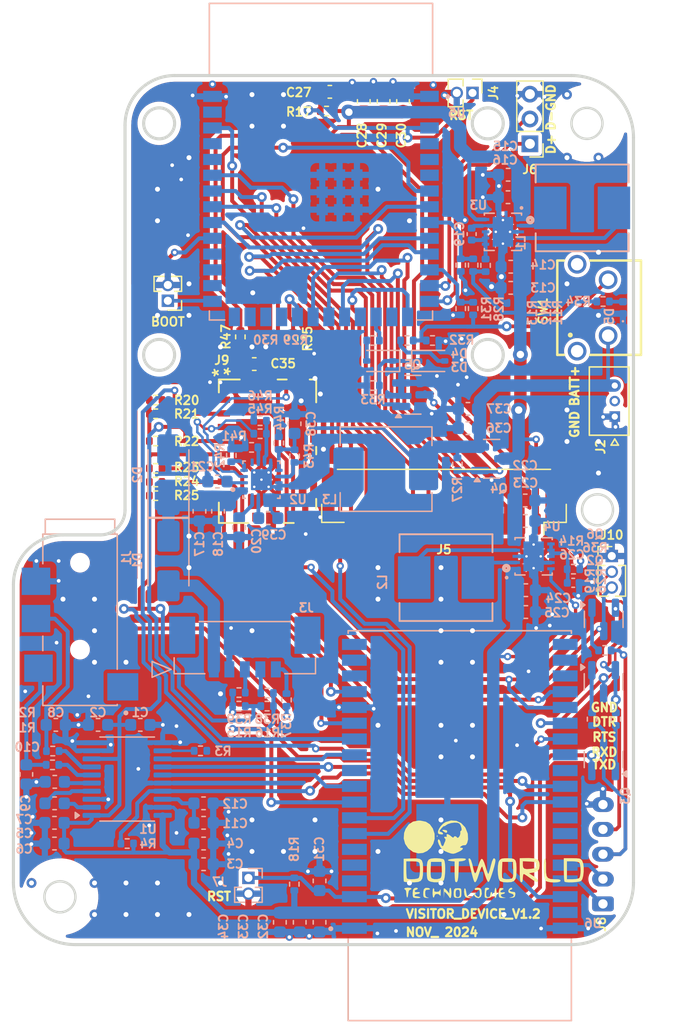
<source format=kicad_pcb>
(kicad_pcb (version 20241229) (generator "pcbnew") (generator_version "9.0")
  (layers (0 "F.Cu" signal) (2 "B.Cu" signal) (13 "F.Paste" user) (15 "B.Paste" user) (5 "F.SilkS" user "F.Silkscreen") (7 "B.SilkS" user "B.Silkscreen") (1 "F.Mask" user) (3 "B.Mask" user) (25 "Edge.Cuts" user))
  (net 0 "")
  (net 1 "+3.3V")
  (net 2 "/wrover/SD_IO12_D2")
  (net 3 "/wrover/SD_IO13_CS{slash}D3")
  (net 4 "/Audio_Streo/INL+")
  (net 5 "/Audio_Streo/INR+")
  (net 6 "+BATT")
  (net 7 "/wrover/SD_IO14_CLK")
  (net 8 "RTS")
  (net 9 "DTR")
  (net 10 "Net-(U2-PMID)")
  (net 11 "/wrover/TXD")
  (net 12 "Net-(Q2-G)")
  (net 13 "/wrover/RXD")
  (net 14 "/wrover/IO0")
  (net 15 "I2C_SCK")
  (net 16 "USB1_D+")
  (net 17 "USB1_D-")
  (net 18 "I2C_CLK")
  (net 19 "+5V")
  (net 20 "/esp s3/LCD_IO39_CS")
  (net 21 "/esp s3/LCD_IO42_DC")
  (net 22 "/esp s3/LCD_IO40_RST")
  (net 23 "/esp s3/LCD_IO41_BL")
  (net 24 "/esp s3/TP_IO03_SDA")
  (net 25 "/esp s3/TP_IO02_SCL")
  (net 26 "/esp s3/TP_IO15_INT")
  (net 27 "/esp s3/TP_IO07_RST")
  (net 28 "Net-(Q3-G)")
  (net 29 "CHG")
  (net 30 "BATT_VOLT")
  (net 31 "BAT_OFF")
  (net 32 "LRCLK_25")
  (net 33 "GND")
  (net 34 "/wrover/EN")
  (net 35 "RX_ESP")
  (net 36 "TX_ESP")
  (net 37 "DIN_GP22")
  (net 38 "/esp s3/EN")
  (net 39 "RGB")
  (net 40 "Net-(U4-EN)")
  (net 41 "Net-(D1-A)")
  (net 42 "Net-(U1-CAPM)")
  (net 43 "Net-(U1-CAPP)")
  (net 44 "Net-(U1-VNEG)")
  (net 45 "Net-(U4-L2)")
  (net 46 "Net-(U4-L1)")
  (net 47 "/DC _Supply/REGN")
  (net 48 "Net-(U1-LDOO)")
  (net 49 "Net-(U3-EN)")
  (net 50 "Net-(D3-K)")
  (net 51 "Net-(D3-A)")
  (net 53 "Net-(U3-L2)")
  (net 54 "Net-(U3-L1)")
  (net 55 "Net-(U1-OUTL)")
  (net 56 "Net-(U1-OUTR)")
  (net 57 "Net-(U1-SCK)")
  (net 58 "Net-(U2-TS)")
  (net 67 "/esp s3/IO0")
  (net 72 "Net-(Q6-G)")
  (net 74 "MUTE_")
  (net 80 "SCK_")
  (net 82 "/wrover/SD_IO15_MOSI{slash}CMD")
  (net 83 "/wrover/SD_IO04_D1")
  (net 84 "+3.3VA")
  (net 88 "Net-(D4-A)")
  (net 89 "Net-(Q4-G)")
  (net 90 "VCC")
  (net 91 "On_Off")
  (net 92 "Switch_Status")
  (net 94 "/wrover/SD_IO02_MISO{slash}D0")
  (net 97 "Net-(D5-A)")
  (net 98 "Net-(SW1-B)")
  (net 100 "BCLK_GP27")
  (net 101 "unconnected-(U5-IO37-Pad30)")
  (net 103 "/esp s3/LCD_I012_SCLK")
  (net 105 "/esp s3/LCD_I013_MISO")
  (net 106 "/esp s3/LCD_I011_MOSI")
  (net 107 "Net-(U5-IO14)")
  (net 108 "Net-(J3-Pin_5)")
  (net 109 "Net-(J3-Pin_3)")
  (net 110 "Net-(J3-Pin_4)")
  (net 111 "Net-(U2-FB)")
  (net 112 "Net-(U2-BTST)")
  (net 113 "Net-(C39-Pad1)")
  (net 114 "Net-(U2-~{EN})")
  (net 115 "Net-(U2-ICHG)")
  (footprint "Capacitor_SMD:C_0603_1608Metric" (layer "F.Cu") (at 127.67 91.94)
    (property "Reference" "C35")
    (property "Value" "0.1uF")
  )
  (footprint "Resistor_SMD:R_0402_1005Metric" (layer "F.Cu") (at 119.72 101.439999)
    (property "Reference" "R24")
    (property "Value" "10K")
  )
  (footprint "Resistor_SMD:R_0402_1005Metric" (layer "F.Cu") (at 133.5 71.56)
    (property "Reference" "R17")
    (property "Value" "10K")
  )
  (footprint "Resistor_SMD:R_0402_1005Metric" (layer "F.Cu") (at 119.72 94.84)
    (property "Reference" "R20")
    (property "Value" "10K")
  )
  (footprint "Dotworld:jst 1.25 3 pole" (layer "F.Cu") (at 156.74 96.17 -90)
    (property "Reference" "J2")
    (property "Value" "Conn_01x03")
  )
  (footprint "Capacitor_SMD:C_0603_1608Metric" (layer "F.Cu") (at 136.5 70.785 90)
    (property "Reference" "C28")
    (property "Value" "0.1uF")
  )
  (footprint "Connector_PinHeader_1.27mm:PinHeader_1x02_P1.27mm_Vertical" (layer "F.Cu") (at 145.27 70.1 -90)
    (property "Reference" "J4")
    (property "Value" "Conn_01x02")
  )
  (footprint "Connector_JST:JST_PH_B5B-PH-K_1x05_P2.00mm_Vertical" (layer "F.Cu") (at 155.79 135.42 90)
    (property "Reference" "J8")
    (property "Value" "Conn_01x05" (hide yes))
  )
  (footprint "Connector_JST:JST_GH_SM13B-GHS-TB_1x13-1MP_P1.25mm_Horizontal" (layer "F.Cu") (at 142.97 102.98 180)
    (property "Reference" "J5")
    (property "Value" "Conn_01x13")
  )
  (footprint "Connector_PinHeader_1.27mm:PinHeader_1x02_P1.27mm_Vertical" (layer "F.Cu") (at 120.7 86.84 180)
    (property "Reference" "BOOT")
    (property "Value" "Conn_01x02")
  )
  (footprint "Resistor_SMD:R_0402_1005Metric" (layer "F.Cu") (at 130.8 89.9 -90)
    (property "Reference" "R35")
    (property "Value" "10K")
  )
  (footprint "Resistor_SMD:R_0402_1005Metric" (layer "F.Cu") (at 119.72 100.339999)
    (property "Reference" "R23")
    (property "Value" "10K")
  )
  (footprint "Resistor_SMD:R_0402_1005Metric" (layer "F.Cu") (at 119.72 98.139998)
    (property "Reference" "R22")
    (property "Value" "10K")
  )
  (footprint "Dotworld:DOTWORLD" (layer "F.Cu") (at 146.958344 131.74)
    (property "Reference" "G***" (hide yes))
    (property "Value" "LOGO" (hide yes))
  )
  (footprint "Capacitor_SMD:C_0603_1608Metric" (layer "F.Cu") (at 138.1 70.785 90)
    (property "Reference" "C29")
    (property "Value" "0.1uF")
  )
  (footprint "Capacitor_SMD:C_0603_1608Metric" (layer "F.Cu") (at 139.67 70.785 90)
    (property "Reference" "C30")
    (property "Value" "0.1uF")
  )
  (footprint "Connector_PinHeader_2.00mm:PinHeader_1x03_P2.00mm_Vertical" (layer "F.Cu") (at 149.9 74.2 180)
    (property "Reference" "J6")
    (property "Value" "Conn_01x03_Pin")
  )
  (footprint "Resistor_SMD:R_0402_1005Metric" (layer "F.Cu") (at 119.72 102.54)
    (property "Reference" "R25")
    (property "Value" "10K")
  )
  (footprint "Connector_PinHeader_1.27mm:PinHeader_1x03_P1.27mm_Vertical" (layer "F.Cu") (at 156.5 107.4)
    (property "Reference" "J10")
    (property "Value" "Conn_01x03")
  )
  (footprint "Dotworld:105162-0001_MOL" (layer "F.Cu") (at 128.74 98.96 -90)
    (property "Reference" "J9")
    (property "Value" "1051620001")
  )
  (footprint "Resistor_SMD:R_0402_1005Metric" (layer "F.Cu") (at 119.72 95.939997)
    (property "Reference" "R21")
    (property "Value" "10K")
  )
  (footprint "Dotworld:4312560587X6" (layer "F.Cu") (at 154.955 87.4 90)
    (property "Reference" "SW1")
    (property "Value" "SW_SPST")
  )
  (footprint "Resistor_SMD:R_0402_1005Metric" (layer "F.Cu") (at 126.55 89.75 90)
    (property "Reference" "R47")
    (property "Value" "0E")
  )
  (footprint "Capacitor_SMD:C_0603_1608Metric" (layer "F.Cu") (at 133.765 70.01)
    (property "Reference" "C27")
    (property "Value" "0.1uF")
  )
  (footprint "Capacitor_SMD:C_0603_1608Metric" (layer "B.Cu") (at 130.92 96.75 -90)
    (property "Reference" "C38")
    (property "Value" "470pF")
  )
  (footprint "Capacitor_SMD:C_0603_1608Metric" (layer "B.Cu") (at 149.522 102.9275)
    (property "Reference" "C22")
    (property "Value" "10uF")
  )
  (footprint "Capacitor_SMD:C_0603_1608Metric" (layer "B.Cu") (at 123.585 130.56)
    (property "Reference" "C4")
    (property "Value" "0.1uF")
  )
  (footprint "Package_TO_SOT_SMD:SOT-23" (layer "B.Cu") (at 155.84 117.53 -90)
    (property "Reference" "Q2")
    (property "Value" "SI2304")
  )
  (footprint "Package_TO_SOT_SMD:SOT-23" (layer "B.Cu") (at 146.812 99.568)
    (property "Reference" "Q4")
    (property "Value" "Si2301")
  )
  (footprint "Resistor_SMD:R_0402_1005Metric" (layer "B.Cu") (at 144.32 87.47 -90)
    (property "Reference" "R31")
    (property "Value" "10K")
  )
  (footprint "Footprints:IND_IHLP-2525CZ-01_VIS-M" (layer "B.Cu") (at 154.11 79.36)
    (property "Reference" "L1")
    (property "Value" "SRN8040-100M_INDUC")
  )
  (footprint "Footprints:IND_IHLP-2525CZ-01_VIS-M" (layer "B.Cu") (at 143.132 109.14 180)
    (property "Reference" "L2")
    (property "Value" "2.2uH")
  )
  (footprint "Resistor_SMD:R_0402_1005Metric" (layer "B.Cu") (at 111.4 124.22 180)
    (property "Reference" "R1")
    (property "Value" "470E")
  )
  (footprint "Resistor_SMD:R_0402_1005Metric" (layer "B.Cu") (at 130.27 118.99 -90)
    (property "Reference" "R37")
    (property "Value" "300E")
  )
  (footprint "Package_TO_SOT_SMD:SOT-23" (layer "B.Cu") (at 155.84 123.79 90)
    (property "Reference" "Q3")
    (property "Value" "SI2304")
  )
  (footprint "Resistor_SMD:R_0402_1005Metric" (layer "B.Cu") (at 127.45 98.65)
    (property "Reference" "R41")
    (property "Value" "10K")
  )
  (footprint "Package_TO_SOT_SMD:SOT-23" (layer "B.Cu") (at 140.46 94.41)
    (property "Reference" "Q5")
    (property "Value" "SI2304")
  )
  (footprint "Capacitor_SMD:C_0603_1608Metric" (layer "B.Cu") (at 148.13 78.5 180)
    (property "Reference" "C16")
    (property "Value" "10uF")
  )
  (footprint "Capacitor_SMD:C_0603_1608Metric" (layer "B.Cu") (at 144.9 97.1)
    (property "Reference" "C36")
    (property "Value" "10uF")
  )
  (footprint "Capacitor_SMD:C_0603_1608Metric" (layer "B.Cu") (at 111.57 127.32)
    (property "Reference" "C7")
    (property "Value" "2.2uF")
  )
  (footprint "Resistor_SMD:R_0402_1005Metric" (layer "B.Cu") (at 155.8 86.9 180)
    (property "Reference" "R34")
    (property "Value" "470E")
  )
  (footprint "Capacitor_SMD:C_0603_1608Metric" (layer "B.Cu") (at 123.58 127.32 180)
    (property "Reference" "C12")
    (property "Value" "0.1uF")
  )
  (footprint "Capacitor_SMD:C_0402_1005Metric" (layer "B.Cu") (at 145.2 81.47 90)
    (property "Reference" "C19")
    (property "Value" "0.1uF")
  )
  (footprint "Capacitor_SMD:C_0603_1608Metric" (layer "B.Cu") (at 128.8 104.35 180)
    (property "Reference" "C39")
    (property "Value" "47nF")
  )
  (footprint "Capacitor_SMD:C_0603_1608Metric" (layer "B.Cu") (at 111.67 121 180)
    (property "Reference" "C8")
    (property "Value" "10uF")
  )
  (footprint "Capacitor_SMD:C_0603_1608Metric" (layer "B.Cu") (at 148.347772 84.1 180)
    (property "Reference" "C14")
    (property "Value" "0.1uF")
  )
  (footprint "Capacitor_SMD:C_0603_1608Metric" (layer "B.Cu") (at 123.585 132.223336)
    (property "Reference" "C3")
    (property "Value" "10uF")
  )
  (footprint "Resistor_SMD:R_0402_1005Metric" (layer "B.Cu") (at 139.98 90.04)
    (property "Reference" "R29")
    (property "Value" "10K")
  )
  (footprint "Resistor_SMD:R_0402_1005Metric" (layer "B.Cu") (at 144.32 83.97 -90)
    (property "Reference" "R13")
    (property "Value" "10K")
  )
  (footprint "Capacitor_SMD:C_0402_1005Metric" (layer "B.Cu") (at 153.39 109.56)
    (property "Reference" "C26")
    (property "Value" "0.1uF")
  )
  (footprint "Resistor_SMD:R_0402_1005Metric" (layer "B.Cu") (at 142.0425 90.04)
    (property "Reference" "R32")
    (property "Value" "220K")
  )
  (footprint "Resistor_SMD:R_0402_1005Metric" (layer "B.Cu") (at 154.91 120.54 90)
    (property "Reference" "R19")
    (property "Value" "10K")
  )
  (footprint "Capacitor_SMD:C_0603_1608Metric" (layer "B.Cu") (at 123.585 128.89 180)
    (property "Reference" "C11")
    (property "Value" "10uF")
  )
  (footprint "Capacitor_SMD:C_0603_1608Metric" (layer "B.Cu") (at 111.585 125.59)
    (property "Reference" "C10")
    (property "Value" "2.2uF")
  )
  (footprint "Dotworld:IC_BQ25306RTER" (layer "B.Cu") (at 128.25 101.25)
    (property "Reference" "U2")
    (property "Value" "BQ25306RTER")
  )
  (footprint "Resistor_SMD:R_0402_1005Metric" (layer "B.Cu") (at 126.4365 119.49 180)
    (property "Reference" "R15")
    (property "Value" "10K")
  )
  (footprint "Capacitor_SMD:C_0603_1608Metric" (layer "B.Cu") (at 132.935 136.905 -90)
    (property "Reference" "C32")
    (property "Value" "0.1uF")
  )
  (footprint "Resistor_SMD:R_0402_1005Metric" (layer "B.Cu") (at 137.25 93.67 180)
    (property "Reference" "R33")
    (property "Value" "10K")
  )
  (footprint "Capacitor_SMD:C_0603_1608Metric" (layer "B.Cu") (at 123.25 103.8 -90)
    (property "Reference" "C17")
    (property "Value" "2.2uF")
  )
  (footprint "Dotworld:XCVR_ESP32-WROVER" (layer "B.Cu") (at 144.2425 129.12)
    (property "Reference" "U6")
    (property "Value" "ESP32-WROVER-IE-N16R8")
  )
  (footprint "Dotworld:TPS63000DRCR" (layer "B.Cu") (at 147.722772 81.29 180)
    (property "Reference" "U3")
    (property "Value" "TPS63001DRCR")
  )
  (footprint "Package_TO_SOT_SMD:SOT-23" (layer "B.Cu") (at 155.85 112.5025 -90)
    (property "Reference" "Q6")
    (property "Value" "SI2304")
  )
  (footprint "Resistor_SMD:R_0402_1005Metric" (layer "B.Cu") (at 117.4225 130.56 180)
    (property "Reference" "R4")
    (property "Value" "10K")
  )
  (footprint "Resistor_SMD:R_0402_1005Metric" (layer "B.Cu") (at 144.05 100.008 -90)
    (property "Reference" "R27")
    (property "Value" "200K")
  )
  (footprint "Diode_SMD:D_SOD-323" (layer "B.Cu") (at 137.79 91.69 180)
    (property "Reference" "D4")
    (property "Value" "1N4148")
  )
  (footprint "Dotworld:CUI_SJ2-3574A-SMT-TR" (layer "B.Cu") (at 113.62 111.9375 -90)
    (property "Reference" "J1")
    (property "Value" "SJ2-3574A-SMT-TR")
  )
  (footprint "Capacitor_SMD:C_0603_1608Metric" (layer "B.Cu") (at 126.45 105.1 90)
    (property "Reference" "C20")
    (property "Value" "10uF")
  )
  (footprint "Dotworld:JST-5P_1.25mm" (layer "B.Cu") (at 124.41 116.53 180)
    (property "Reference" "J3")
    (property "Value" "Conn_01x05" (hide yes))
  )
  (footprint "Diode_SMD:D_SMA" (layer "B.Cu") (at 120.75 100.85 90)
    (property "Reference" "D2")
    (property "Value" "SMAJ5.0A")
  )
  (footprint "Capacitor_SMD:C_0603_1608Metric" (layer "B.Cu") (at 148.347772 85.8 180)
    (property "Reference" "C13")
    (property "Value" "10uF")
  )
  (footprint "Resistor_SMD:R_0402_1005Metric" (layer "B.Cu") (at 126.4365 118.4 180)
    (property "Reference" "R39")
    (property "Value" "300E")
  )
  (footprint "Capacitor_SMD:C_0603_1608Metric" (layer "B.Cu") (at 149.522 104.5775)
    (property "Reference" "C23")
    (property "Value" "0.1uF")
  )
  (footprint "Resistor_SMD:R_0402_1005Metric" (layer "B.Cu") (at 128.7065 119.49 180)
    (property "Reference" "R16")
    (property "Value" "10K")
  )
  (footprint "Resistor_SMD:R_0402_1005Metric" (layer "B.Cu") (at 129.65 98.3 90)
    (property "Reference" "R44")
    (property "Value" "200k")
  )
  (footprint "Capacitor_SMD:C_0603_1608Metric" (layer "B.Cu") (at 149.572 111.9121)
    (property "Reference" "C25")
    (property "Value" "10uF")
  )
  (footprint "Package_SO:TSSOP-20_4.4x6.5mm_P0.65mm" (layer "B.Cu") (at 117.4225 125.365)
    (property "Reference" "U1")
    (property "Value" "PCM5102A")
  )
  (footprint "Capacitor_SMD:C_0603_1608Metric" (layer "B.Cu") (at 111.56 128.89 180)
    (property "Reference" "C5")
    (property "Value" "10uF")
  )
  (footprint "Capacitor_SMD:C_0603_1608Metric" (layer "B.Cu") (at 132.935 133.57 90)
    (property "Reference" "C31")
    (property "Value" "10uF")
  )
  (footprint "Capacitor_SMD:C_0603_1608Metric" (layer "B.Cu") (at 124.75 103.8 -90)
    (property "Reference" "C18")
    (property "Value" "10uF")
  )
  (footprint "Resistor_SMD:R_0402_1005Metric" (layer "B.Cu") (at 137.25 90.04)
    (property "Reference" "R30")
    (property "Value" "220E")
  )
  (footprint "Capacitor_SMD:C_0603_1608Metric" (layer "B.Cu") (at 109.29 124.99 90)
    (property "Reference" "C9")
    (property "Value" "0.1uF")
  )
  (footprint "Capacitor_SMD:C_0603_1608Metric" (layer "B.Cu") (at 124.7 101.4)
    (property "Reference" "C21")
    (property "Value" "10uF")
  )
  (footprint "Resistor_SMD:R_0402_1005Metric" (layer "B.Cu") (at 128.7065 118.44)
    (property "Reference" "R38")
    (property "Value" "300E")
  )
  (footprint "Resistor_SMD:R_0402_1005Metric" (layer "B.Cu") (at 125.82 99.3 -90)
    (property "Reference" "R42")
    (property "Value" "20K")
  )
  (footprint "Resistor_SMD:R_0402_1005Metric" (layer "B.Cu") (at 145.321386 83.97 90)
    (property "Reference" "R12")
    (property "Value" "10K")
  )
  (footprint "Capacitor_SMD:C_0603_1608Metric" (layer "B.Cu") (at 111.56 130.56 180)
    (property "Reference" "C6")
    (property "Value" "0.1uF")
  )
  (footprint "Diode_SMD:D_SMA" (layer "B.Cu") (at 120.75 107.8 -90)
    (property "Reference" "D1")
    (property "Value" "SS34")
  )
  (footprint "Capacitor_SMD:C_0603_1608Metric" (layer "B.Cu") (at 131.335 136.905 -90)
    (property "Reference" "C33")
    (property "Value" "0.1uF")
  )
  (footprint "Resistor_SMD:R_0402_1005Metric" (layer "B.Cu") (at 155.94 115 180)
    (property "Reference" "R36")
    (property "Value" "10K")
  )
  (footprint "Resistor_SMD:R_0402_1005Metric" (layer "B.Cu") (at 145.321386 87.47 -90)
    (property "Reference" "R28")
    (property "Value" "10K")
  )
  (footprint "Resistor_SMD:R_0402_1005Metric" (layer "B.Cu") (at 123.335 123.09 180)
    (property "Reference" "R3")
    (property "Value" "0E")
  )
  (footprint "Connector_PinHeader_1.27mm:PinHeader_1x02_P1.27mm_Vertical" (layer "B.Cu") (at 127.2 133.325 180)
    (property "Reference" "J7")
    (property "Value" "Conn_01x02")
  )
  (footprint "Capacitor_SMD:C_0603_1608Metric" (layer "B.Cu") (at 149.572 110.1521)
    (property "Reference" "C24")
    (property "Value" "10uF")
  )
  (footprint "Capacitor_SMD:C_0603_1608Metric" (layer "B.Cu") (at 148.14 76.69 180)
    (property "Reference" "C15")
    (property "Value" "10uF")
  )
  (footprint "Capacitor_SMD:C_0603_1608Metric" (layer "B.Cu") (at 144.9 95.55)
    (property "Reference" "C37")
    (property "Value" "2.2uF")
  )
  (footprint "Resistor_SMD:R_0402_1005Metric" (layer "B.Cu") (at 130.9 133.835 90)
    (property "Reference" "R18")
    (property "Value" "10K")
  )
  (footprint "Resistor_SMD:R_0402_1005Metric" (layer "B.Cu") (at 130.92 99.35 90)
    (property "Reference" "R43")
    (property "Value" "560K")
  )
  (footprint "LED_SMD:LED_0402_1005Metric" (layer "B.Cu") (at 157.4 87.4 90)
    (property "Reference" "D5")
    (property "Value" "LED")
  )
  (footprint "Capacitor_SMD:C_0603_1608Metric" (layer "B.Cu") (at 118.48 121)
    (property "Reference" "C1")
    (property "Value" "10uF")
  )
  (footprint "Resistor_SMD:R_0402_1005Metric" (layer "B.Cu") (at 156.825 120.54 -90)
    (property "Reference" "R26")
    (property "Value" "10K")
  )
  (footprint "Capacitor_SMD:C_0603_1608Metric" (layer "B.Cu") (at 129.735 136.905 -90)
    (property "Reference" "C34")
    (property "Value" "0.1uF")
  )
  (footprint "Resistor_SMD:R_0402_1005Metric" (layer "B.Cu") (at 146.322772 83.99 90)
    (property "Reference" "R11")
    (property "Value" "100E")
  )
  (footprint "Dotworld:ESP32-S3-WROOM1-N4R2" (layer "B.Cu") (at 133.05 75.64 180)
    (property "Reference" "U5")
    (property "Value" "ESP32-S3-WROOM")
  )
  (footprint "Capacitor_SMD:C_0603_1608Metric" (layer "B.Cu") (at 115.075 121 180)
    (property "Reference" "C2")
    (property "Value" "0.1uF")
  )
  (footprint "Diode_SMD:D_SOD-323" (layer "B.Cu") (at 141.9775 91.69)
    (property "Reference" "D3")
    (property "Value" "1N4148")
  )
  (footprint "Dotworld:TPS63000DRCR" (layer "B.Cu") (at 150.197 107.4275)
    (property "Reference" "U4")
    (property "Value" "TPS63001DRCR")
  )
  (footprint "Resistor_SMD:R_0402_1005Metric" (layer "B.Cu") (at 111.42 123.11 180)
    (property "Reference" "R2")
    (property "Value" "470E")
  )
  (footprint "Resistor_SMD:R_0402_1005Metric" (layer "B.Cu") (at 128.14 96.5 180)
    (property "Reference" "R46")
    (property "Value" "10K")
  )
  (footprint "Resistor_SMD:R_0402_1005Metric" (layer "B.Cu") (at 128.14 97.55 180)
    (property "Reference" "R45")
    (property "Value" "10K")
  )
  (footprint "Resistor_SMD:R_0402_1005Metric" (layer "B.Cu") (at 153.41 108.46 180)
    (property "Reference" "R14")
    (property "Value" "100E")
  )
  (footprint "Inductor_SMD:L_Abracon_ASPI-0630LR" (layer "B.Cu") (at 138.3 100.4)
    (property "Reference" "L3")
    (property "Value" "2.2uH")
  )
  (gr_circle (center 120 72.55) (end 121.25 72.55) (stroke (width 0.25)) (fill no) (layer "Edge.Cuts"))
  (gr_line (start 112.25 105.7) (end 115.25 105.7) (stroke (width 0.25)) (layer "Edge.Cuts"))
  (gr_circle (center 112 134.85) (end 113.25 134.85) (stroke (width 0.2)) (fill no) (layer "Edge.Cuts"))
  (gr_arc (start 108.25 109.7) (mid 109.421573 106.871573) (end 112.25 105.7) (stroke (width 0.25)) (layer "Edge.Cuts"))
  (gr_circle (center 155.35 103.68) (end 156.6 103.68) (stroke (width 0.2)) (fill no) (layer "Edge.Cuts"))
  (gr_line (start 117.25 103.7) (end 117.25 72.7) (stroke (width 0.25)) (layer "Edge.Cuts"))
  (gr_arc (start 117.25 72.7) (mid 118.421573 69.871573) (end 121.25 68.7) (stroke (width 0.25)) (layer "Edge.Cuts"))
  (gr_line (start 158.25 73.7) (end 158.25 133.7) (stroke (width 0.25)) (layer "Edge.Cuts"))
  (gr_circle (center 120 91.2) (end 121.25 91.2) (stroke (width 0.25)) (fill no) (layer "Edge.Cuts"))
  (gr_circle (center 146.5 72.55) (end 147.75 72.55) (stroke (width 0.25)) (fill no) (layer "Edge.Cuts"))
  (gr_arc (start 113.25 138.7) (mid 109.714466 137.235534) (end 108.25 133.7) (stroke (width 0.25)) (layer "Edge.Cuts"))
  (gr_line (start 113.25 138.7) (end 153.25 138.7) (stroke (width 0.25)) (layer "Edge.Cuts"))
  (gr_arc (start 158.25 133.7) (mid 156.785534 137.235534) (end 153.25 138.7) (stroke (width 0.25)) (layer "Edge.Cuts"))
  (gr_circle (center 154.5 72.55) (end 155.75 72.55) (stroke (width 0.2)) (fill no) (layer "Edge.Cuts"))
  (gr_arc (start 117.25 103.7) (mid 116.664214 105.114214) (end 115.25 105.7) (stroke (width 0.25)) (layer "Edge.Cuts"))
  (gr_circle (center 146.5 91.2) (end 147.75 91.2) (stroke (width 0.25)) (fill no) (layer "Edge.Cuts"))
  (gr_line (start 121.25 68.7) (end 153.25 68.7) (stroke (width 0.25)) (layer "Edge.Cuts"))
  (gr_line (start 108.25 133.7) (end 108.25 109.7) (stroke (width 0.25)) (layer "Edge.Cuts"))
  (gr_arc (start 153.25 68.7) (mid 156.785534 70.164466) (end 158.25 73.7) (stroke (width 0.25)) (layer "Edge.Cuts"))
  (gr_text "VISITOR_DEVICE_V1.2\n" (at 145.333332 136.23 0) (layer "F.SilkS") (effects (font (size 0.7 0.7) (thickness 0.175))))
  (gr_text "RST" (at 144.35 71.9 0) (layer "F.SilkS") (effects (font (size 0.7 0.7) (thickness 1))))
  (gr_text "TXD" (at 155.9 124.2 0) (layer "F.SilkS") (effects (font (size 0.7 0.7) (thickness 1))))
  (gr_text "RXD\n" (at 155.9 123.2 0) (layer "F.SilkS") (effects (font (size 0.7 0.7) (thickness 1))))
  (gr_text "DTR" (at 155.9 120.76 0) (layer "F.SilkS") (effects (font (size 0.7 0.7) (thickness 1))))
  (gr_text "RST" (at 124.82 134.82 0) (layer "F.SilkS") (effects (font (size 0.7 0.7) (thickness 1))))
  (gr_text "D+\n" (at 151.59 74.23 90) (layer "F.SilkS") (effects (font (size 0.7 0.7) (thickness 1))))
  (gr_text "GND\n" (at 153.5 96.8 90) (layer "F.SilkS") (effects (font (size 0.7 0.7) (thickness 1))))
  (gr_text "NOV_ 2024\n" (at 142.8 137.7 0) (layer "F.SilkS") (effects (font (size 0.7 0.7) (thickness 0.175) (bold yes))))
  (gr_text "D-" (at 151.59 72.33 90) (layer "F.SilkS") (effects (font (size 0.7 0.7) (thickness 1))))
  (gr_text "RTS" (at 155.9 121.99 0) (layer "F.SilkS") (effects (font (size 0.7 0.7) (thickness 1))))
  (gr_text "BATT+\n" (at 153.5 93.7 90) (layer "F.SilkS") (effects (font (size 0.7 0.7) (thickness 0.175))))
  (gr_text "GND\n" (at 151.59 70.48 90) (layer "F.SilkS") (effects (font (size 0.7 0.7) (thickness 1))))
  (gr_text "GND\n" (at 155.9 119.6 0) (layer "F.SilkS") (effects (font (size 0.7 0.7) (thickness 1))))
  (segment (start 141.209998 78.009998) (end 136.05 72.85) (width 0.32) (layer "F.Cu") (net 1))
  (segment (start 150.47 104.83) (end 150.47 101.92) (width 0.32) (layer "F.Cu") (net 1))
  (segment (start 134.01 71.56) (end 135.21 71.56) (width 0.32) (layer "F.Cu") (net 1))
  (segment (start 134.45 72.85) (end 133.75 73.55) (width 0.32) (layer "F.Cu") (net 1))
  (segment (start 150.47 101.92) (end 140.55 92) (width 0.32) (layer "F.Cu") (net 1))
  (segment (start 141.209998 84.590002) (end 141.209998 78.009998) (width 0.32) (layer "F.Cu") (net 1))
  (segment (start 135.3 71.65) (end 139.58 71.65) (width 1) (layer "F.Cu") (net 1))
  (segment (start 136.05 72.85) (end 135.3 72.85) (width 0.32) (layer "F.Cu") (net 1))
  (segment (start 125 73.55) (end 124.55 74) (width 0.32) (layer "F.Cu") (net 1))
  (segment (start 135.3 72.85) (end 134.45 72.85) (width 0.32) (layer "F.Cu") (net 1))
  (segment (start 139.58 71.65) (end 139.67 71.56) (width 1) (layer "F.Cu") (net 1))
  (segment (start 124.55 74) (end 124.55 85.6) (width 0.32) (layer "F.Cu") (net 1))
  (segment (start 135.21 71.56) (end 135.3 71.65) (width 0.32) (layer "F.Cu") (net 1))
  (segment (start 124.55 85.6) (end 126.55 87.6) (width 0.32) (layer "F.Cu") (net 1))
  (segment (start 140.55 85.25) (end 141.209998 84.590002) (width 0.32) (layer "F.Cu") (net 1))
  (segment (start 126.55 87.6) (end 126.55 89.24) (width 0.32) (layer "F.Cu") (net 1))
  (segment (start 140.55 92) (end 140.55 85.25) (width 0.32) (layer "F.Cu") (net 1))
  (segment (start 135.3 71.65) (end 135.3 72.85) (width 0.32) (layer "F.Cu") (net 1))
  (segment (start 133.75 73.55) (end 125 73.55) (width 0.32) (layer "F.Cu") (net 1))
  (via (at 135.3 71.65) (size 1.2) (drill 0.6) (layers "F.Cu" "B.Cu") (net 1))
  (segment (start 142.970935 71.65) (end 141.8 71.65) (width 1) (layer "B.Cu") (net 1))
  (segment (start 148.905 76.065) (end 148.08 75.24) (width 1) (layer "B.Cu") (net 1))
  (segment (start 146.322772 80.29) (end 145.53 80.29) (width 0.32) (layer "B.Cu") (net 1))
  (segment (start 135.3 71.65) (end 135.19 71.54) (width 1) (layer "B.Cu") (net 1))
  (segment (start 144.274757 74.434757) (end 144.274757 72.953822) (width 1) (layer "B.Cu") (net 1))
  (segment (start 145.53 80.29) (end 145.01 79.77) (width 0.32) (layer "B.Cu") (net 1))
  (segment (start 145.01 79.77) (end 145.01 75.31) (width 0.32) (layer "B.Cu") (net 1))
  (segment (start 148.905 78.5) (end 148.905 76.065) (width 1) (layer "B.Cu") (net 1))
  (segment (start 144.274757 72.953822) (end 142.970935 71.65) (width 1) (layer "B.Cu") (net 1))
  (segment (start 145.01 75.31) (end 145.08 75.24) (width 0.32) (layer "B.Cu") (net 1))
  (segment (start 148.08 75.24) (end 145.08 75.24) (width 1) (layer "B.Cu") (net 1))
  (segment (start 145.08 75.24) (end 144.274757 74.434757) (width 1) (layer "B.Cu") (net 1))
  (segment (start 141.8 71.65) (end 135.3 71.65) (width 1) (layer "B.Cu") (net 1))
  (segment (start 120.23 102.54) (end 122.7 102.54) (width 0.32) (layer "F.Cu") (net 2))
  (segment (start 133.089 120.889) (end 133.089 116.26261) (width 0.32) (layer "F.Cu") (net 2))
  (segment (start 122.7 102.54) (end 125.192302 102.54) (width 0.32) (layer "F.Cu") (net 2))
  (segment (start 133.089 116.26261) (end 125.222301 108.395911) (width 0.32) (layer "F.Cu") (net 2))
  (segment (start 133.1 120.9) (end 133.089 120.889) (width 0.32) (layer "F.Cu") (net 2))
  (segment (start 125.192302 102.54) (end 125.222301 102.510001) (width 0.32) (layer "F.Cu") (net 2))
  (segment (start 125.222301 108.395911) (end 125.222301 102.510001) (width 0.32) (layer "F.Cu") (net 2))
  (segment (start 133.05 120.9) (end 133.1 120.9) (width 0.32) (layer "F.Cu") (net 2))
  (via (at 133.05 120.87) (size 0.6) (drill 0.3) (layers "F.Cu" "B.Cu") (net 2))
  (segment (start 133.05 120.87) (end 135.7425 120.87) (width 0.32) (layer "B.Cu") (net 2))
  (segment (start 125.69 101.41) (end 125.222301 101.41) (width 0.32) (layer "F.Cu") (net 3))
  (segment (start 133.85 118.33) (end 133.85 116.286806) (width 0.32) (layer "F.Cu") (net 3))
  (segment (start 125.192302 101.439999) (end 125.222301 101.41) (width 0.32) (layer "F.Cu") (net 3))
  (segment (start 120.23 101.439999) (end 125.192302 101.439999) (width 0.32) (layer "F.Cu") (net 3))
  (segment (start 133.85 116.286806) (end 126.15 108.586806) (width 0.32) (layer "F.Cu") (net 3))
  (segment (start 126.15 101.87) (end 125.69 101.41) (width 0.32) (layer "F.Cu") (net 3))
  (segment (start 126.15 108.586806) (end 126.15 101.87) (width 0.32) (layer "F.Cu") (net 3))
  (via (at 133.85 118.33) (size 0.8) (drill 0.4) (layers "F.Cu" "B.Cu") (net 3))
  (segment (start 133.85 118.33) (end 135.7425 118.33) (width 0.3) (layer "B.Cu") (net 3))
  (segment (start 109.29 119.46) (end 109.29 124.215) (width 0.32) (layer "B.Cu") (net 4))
  (segment (start 110.89 124.22) (end 109.295 124.22) (width 0.32) (layer "B.Cu") (net 4))
  (segment (start 110.4 116.45) (end 110.4 118.35) (width 0.32) (layer "B.Cu") (net 4))
  (segment (start 109.295 124.22) (end 109.29 124.215) (width 0.32) (layer "B.Cu") (net 4))
  (segment (start 110.4 118.35) (end 109.29 119.46) (width 0.32) (layer "B.Cu") (net 4))
  (segment (start 112.63 117.91) (end 112.63 113.49) (width 0.32) (layer "B.Cu") (net 5))
  (segment (start 110.895 119.645) (end 112.63 117.91) (width 0.32) (layer "B.Cu") (net 5))
  (segment (start 110.91 123.11) (end 110.91 121.015) (width 0.32) (layer "B.Cu") (net 5))
  (segment (start 110.91 121.015) (end 110.895 121) (width 0.32) (layer "B.Cu") (net 5))
  (segment (start 111.59 112.45) (end 110.2 112.45) (width 0.32) (layer "B.Cu") (net 5))
  (segment (start 112.63 113.49) (end 111.59 112.45) (width 0.32) (layer "B.Cu") (net 5))
  (segment (start 110.895 121) (end 110.895 119.645) (width 0.32) (layer "B.Cu") (net 5))
  (segment (start 141.915 98.6) (end 144.05 98.6) (width 1) (layer "B.Cu") (net 6))
  (segment (start 156.205 89.65) (end 156.205 93.565) (width 0.3) (layer "B.Cu") (net 6))
  (segment (start 156.1 93.67) (end 147.08 93.67) (width 1) (layer "B.Cu") (net 6))
  (segment (start 140.947 99.568) (end 141.915 98.6) (width 1) (layer "B.Cu") (net 6))
  (segment (start 156.74 93.67) (end 152.27 93.67) (width 0.3) (layer "B.Cu") (net 6))
  (segment (start 144.05 99.498) (end 144.05 98.6) (width 0.3) (layer "B.Cu") (net 6))
  (segment (start 156.74 93.67) (end 156.1 93.67) (width 1) (layer "B.Cu") (net 6))
  (segment (start 130.8 100.75) (end 130.55 101) (width 0.3) (layer "B.Cu") (net 6))
  (segment (start 147.08 93.67) (end 145.8745 94.8755) (width 1) (layer "B.Cu") (net 6))
  (segment (start 131.85 99.6) (end 131.85 97.5) (width 0.3) (layer "B.Cu") (net 6))
  (segment (start 138.025 97.1) (end 141.325 100.4) (width 0.3) (layer "B.Cu") (net 6))
  (segment (start 144.05 98.6) (end 145.8565 98.6) (width 1) (layer "B.Cu") (net 6))
  (segment (start 145.8745 94.8755) (end 145.8745 98.618) (width 1) (layer "B.Cu") (net 6))
  (segment (start 130.8 99.86) (end 130.8 100.75) (width 0.3) (layer "B.Cu") (net 6))
  (segment (start 131.59 99.86) (end 131.85 99.6) (width 0.3) (layer "B.Cu") (net 6))
  (segment (start 130.8 99.86) (end 131.59 99.86) (width 0.3) (layer "B.Cu") (net 6))
  (segment (start 145.8565 98.6) (end 145.8745 98.618) (width 1) (layer "B.Cu") (net 6))
  (segment (start 156.205 93.565) (end 156.1 93.67) (width 0.3) (layer "B.Cu") (net 6))
  (segment (start 132.25 97.1) (end 138.025 97.1) (width 0.3) (layer "B.Cu") (net 6))
  (segment (start 130.55 101) (end 129.65 101) (width 0.3) (layer "B.Cu") (net 6))
  (segment (start 131.85 97.5) (end 132.25 97.1) (width 0.3) (layer "B.Cu") (net 6))
  (segment (start 122.11 97.38) (end 122.11 98.139998) (width 0.32) (layer "F.Cu") (net 7))
  (segment (start 121.69 97) (end 121.702598 97.012598) (width 0.32) (layer "F.Cu") (net 7))
  (segment (start 122.11 98.139998) (end 125.192302 98.139998) (width 0.32) (layer "F.Cu") (net 7))
  (segment (start 119.97 97) (end 121.69 97) (width 0.32) (layer "F.Cu") (net 7))
  (segment (start 121.702598 97.012598) (end 121.742598 97.012598) (width 0.32) (layer "F.Cu") (net 7))
  (segment (start 120.23 98.139998) (end 122.11 98.139998) (width 0.32) (layer "F.Cu") (net 7))
  (segment (start 121.742598 97.012598) (end 122.11 97.38) (width 0.32) (layer "F.Cu") (net 7))
  (segment (start 125.192302 98.139998) (end 125.222301 98.109999) (width 0.32) (layer "F.Cu") (net 7))
  (via (at 119.97 97) (size 0.8) (drill 0.4) (layers "F.Cu" "B.Cu") (net 7))
  (segment (start 121.079 116.825806) (end 121.079 118.165805) (width 0.32) (layer "B.Cu") (net 7))
  (segment (start 119.97 97) (end 119.9 97) (width 0.32) (layer "B.Cu") (net 7))
  (segment (start 119.779 115.525805) (end 121.079 116.825806) (width 0.32) (layer "B.Cu") (net 7))
  (segment (start 119.9 97) (end 119.2 97.7) (width 0.32) (layer "B.Cu") (net 7))
  (segment (start 125.053195 122.14) (end 135.7425 122.14) (width 0.32) (layer "B.Cu") (net 7))
  (segment (start 119.2 111.233783) (end 119.201 111.234783) (width 0.32) (layer "B.Cu") (net 7))
  (segment (start 121.079 118.165805) (end 125.053195 122.14) (width 0.32) (layer "B.Cu") (net 7))
  (segment (start 119.201 111.234783) (end 119.201 111.864194) (width 0.32) (layer "B.Cu") (net 7))
  (segment (start 119.779 112.442194) (end 119.779 115.525805) (width 0.32) (layer "B.Cu") (net 7))
  (segment (start 119.201 111.864194) (end 119.779 112.442194) (width 0.32) (layer "B.Cu") (net 7))
  (segment (start 119.2 97.7) (end 119.2 111.233783) (width 0.32) (layer "B.Cu") (net 7))
  (segment (start 135.46 122.2) (end 135.5 122.16) (width 0.3) (layer "B.Cu") (net 7))
  (segment (start 157.16 131.42) (end 157.6 130.98) (width 0.3) (layer "F.Cu") (net 8))
  (segment (start 157.6 130.98) (end 157.6 115.52) (width 0.3) (layer "F.Cu") (net 8))
  (segment (start 155.79 131.42) (end 157.16 131.42) (width 0.3) (layer "F.Cu") (net 8))
  (segment (start 157.6 115.52) (end 157.45 115.37) (width 0.3) (layer "F.Cu") (net 8))
  (via (at 157.45 115.37) (size 0.6) (drill 0.3) (layers "F.Cu" "B.Cu") (net 8))
  (segment (start 157.6 130.99) (end 157.6 127.050761) (width 0.3) (layer "B.Cu") (net 8))
  (segment (start 155.84 122.8525) (end 155.84 121.45) (width 0.3) (layer "B.Cu") (net 8))
  (segment (start 157.17 131.42) (end 157.6 130.99) (width 0.3) (layer "B.Cu") (net 8))
  (segment (start 157.6 127.050761) (end 155.85 125.300761) (width 0.3) (layer "B.Cu") (net 8))
  (segment (start 155.44 121.05) (end 154.91 121.05) (width 0.3) (layer "B.Cu") (net 8))
  (segment (start 157.08 115) (end 156.45 115) (width 0.3) (layer "B.Cu") (net 8))
  (segment (start 155.85 125.300761) (end 155.85 122.8625) (width 0.3) (layer "B.Cu") (net 8))
  (segment (start 155.85 122.8625) (end 155.84 122.8525) (width 0.3) (layer "B.Cu") (net 8))
  (segment (start 155.84 121.45) (end 155.44 121.05) (width 0.3) (layer "B.Cu") (net 8))
  (segment (start 157.45 115.37) (end 157.08 115) (width 0.3) (layer "B.Cu") (net 8))
  (segment (start 155.79 131.42) (end 157.17 131.42) (width 0.3) (layer "B.Cu") (net 8))
  (segment (start 156.825 119.525) (end 157.1 119.8) (width 0.3) (layer "F.Cu") (net 9))
  (segment (start 157.1 119.8) (end 157.1 129.17) (width 0.3) (layer "F.Cu") (net 9))
  (segment (start 156.825 118.97) (end 156.825 119.525) (width 0.3) (layer "F.Cu") (net 9))
  (segment (start 156.85 129.42) (end 155.79 129.42) (width 0.3) (layer "F.Cu") (net 9))
  (segment (start 156.8 111.65) (end 157.199 112.049) (width 0.3) (layer "F.Cu") (net 9))
  (segment (start 156.329 114.94319) (end 156.329 116.001) (width 0.3) (layer "F.Cu") (net 9))
  (segment (start 157.199 112.049) (end 157.199 114.07319) (width 0.3) (layer "F.Cu") (net 9))
  (segment (start 157.199 114.07319) (end 156.329 114.94319) (width 0.3) (layer "F.Cu") (net 9))
  (segment (start 156.18 116.15) (end 155.85 116.15) (width 0.3) (layer "F.Cu") (net 9))
  (segment (start 157.1 129.17) (end 156.85 129.42) (width 0.3) (layer "F.Cu") (net 9))
  (segment (start 156.329 116.001) (end 156.18 116.15) (width 0.3) (layer "F.Cu") (net 9))
  (via (at 155.85 116.15) (size 0.6) (drill 0.3) (layers "F.Cu" "B.Cu") (net 9))
  (via (at 156.825 118.97) (size 0.8) (drill 0.4) (layers "F.Cu" "B.Cu") (net 9))
  (via (at 156.8 111.65) (size 0.6) (drill 0.3) (layers "F.Cu" "B.Cu") (net 9))
  (segment (start 156.2925 116.5925) (end 155.85 116.15) (width 0.3) (layer "B.Cu") (net 9))
  (segment (start 156.8 118.945) (end 156.825 118.97) (width 0.3) (layer "B.Cu") (net 9))
  (segment (start 156.8 116.6025) (end 156.8 118.945) (width 0.3) (layer "B.Cu") (net 9))
  (segment (start 156.79 116.5925) (end 156.8 116.6025) (width 0.3) (layer "B.Cu") (net 9))
  (segment (start 156.8 111.65) (end 156.8 111.565) (width 0.3) (layer "B.Cu") (net 9))
  (segment (start 156.79 116.5925) (end 156.2925 116.5925) (width 0.3) (layer "B.Cu") (net 9))
  (segment (start 156.825 118.97) (end 156.825 120.03) (width 0.3) (layer "B.Cu") (net 9))
  (segment (start 156.8 120.015) (end 156.825 119.99) (width 0.3) (layer "B.Cu") (net 9))
  (segment (start 127.5 102.65) (end 127.5 103.3) (width 0.3) (layer "B.Cu") (net 10))
  (segment (start 126.475 104.325) (end 126.45 104.325) (width 0.3) (layer "B.Cu") (net 10))
  (segment (start 127.5 103.3) (end 126.475 104.325) (width 0.3) (layer "B.Cu") (net 10))
  (segment (start 155.68 135.42) (end 155.79 135.42) (width 0.32) (layer "B.Cu") (net 11))
  (segment (start 152.7425 133.57) (end 153.83 133.57) (width 0.32) (layer "B.Cu") (net 11))
  (segment (start 153.83 133.57) (end 155.68 135.42) (width 0.32) (layer "B.Cu") (net 11))
  (segment (start 154.875 119.995) (end 154.875 116.6075) (width 0.32) (layer "B.Cu") (net 12))
  (segment (start 154.875 116.6075) (end 154.89 116.5925) (width 0.32) (layer "B.Cu") (net 12))
  (segment (start 154.91 120.03) (end 154.875 119.995) (width 0.32) (layer "B.Cu") (net 12))
  (segment (start 152.7425 132.3) (end 154.67 132.3) (width 0.32) (layer "B.Cu") (net 13))
  (segment (start 154.67 132.3) (end 155.79 133.42) (width 0.32) (layer "B.Cu") (net 13))
  (segment (start 156.78 116.63) (end 156.18 117.23) (width 0.2) (layer "F.Cu") (net 14))
  (segment (start 156.18 117.23) (end 155.84 117.23) (width 0.2) (layer "F.Cu") (net 14))
  (segment (start 155.84 117.23) (end 152.21 120.86) (width 0.3) (layer "F.Cu") (net 14))
  (segment (start 156.8 111.05) (end 156.801 111.049) (width 0.2) (layer "F.Cu") (net 14))
  (segment (start 152.21 120.86) (end 150.77 120.86) (width 0.3) (layer "F.Cu") (net 14))
  (segment (start 157.65 111.45) (end 157.65 114.26) (width 0.2) (layer "F.Cu") (net 14))
  (segment (start 155.59 110.54) (end 156.1 111.05) (width 0.2) (layer "F.Cu") (net 14))
  (segment (start 155.59 109.58) (end 155.59 110.54) (width 0.2) (layer "F.Cu") (net 14))
  (segment (start 156.5 108.67) (end 155.59 109.58) (width 0.2) (layer "F.Cu") (net 14))
  (segment (start 157.249 111.049) (end 157.65 111.45) (width 0.2) (layer "F.Cu") (net 14))
  (segment (start 156.801 111.049) (end 157.249 111.049) (width 0.2) (layer "F.Cu") (net 14))
  (segment (start 156.78 115.13) (end 156.78 116.63) (width 0.2) (layer "F.Cu") (net 14))
  (segment (start 156.1 111.05) (end 156.8 111.05) (width 0.2) (layer "F.Cu") (net 14))
  (segment (start 157.65 114.26) (end 156.78 115.13) (width 0.2) (layer "F.Cu") (net 14))
  (via (at 150.77 120.86) (size 0.8) (drill 0.4) (layers "F.Cu" "B.Cu") (net 14))
  (via (at 155.84 117.23) (size 0.8) (drill 0.4) (layers "F.Cu" "B.Cu") (net 14))
  (segment (start 155.84 117.23) (end 155.84 118.4675) (width 0.3) (layer "B.Cu") (net 14))
  (segment (start 150.77 120.86) (end 152.7325 120.86) (width 0.3) (layer "B.Cu") (net 14))
  (segment (start 152.7325 120.86) (end 152.7425 120.87) (width 0.3) (layer "B.Cu") (net 14))
  (segment (start 131.2 123.58) (end 134.63 123.58) (width 0.32) (layer "F.Cu") (net 15))
  (segment (start 138.425806 123.869) (end 140.076806 125.52) (width 0.32) (layer "F.Cu") (net 15))
  (segment (start 134.63 123.58) (end 134.919 123.869) (width 0.32) (layer "F.Cu") (net 15))
  (segment (start 125.93 119.99) (end 127.61 119.99) (width 0.32) (layer "F.Cu") (net 15))
  (segment (start 140.076806 125.52) (end 149 125.52) (width 0.32) (layer "F.Cu") (net 15))
  (segment (start 127.61 119.99) (end 131.2 123.58) (width 0.32) (layer "F.Cu") (net 15))
  (segment (start 134.919 123.869) (end 138.425806 123.869) (width 0.32) (layer "F.Cu") (net 15))
  (via (at 125.93 119.99) (size 0.6) (drill 0.3) (layers "F.Cu" "B.Cu") (net 15))
  (via (at 149.29 125.52) (size 0.8) (drill 0.4) (layers "F.Cu" "B.Cu") (net 15))
  (segment (start 125.9265 119.49) (end 125.9265 118.85) (width 0.32) (layer "B.Cu") (net 15))
  (segment (start 125.93 119.99) (end 125.93 119.957) (width 0.3) (layer "B.Cu") (net 15))
  (segment (start 125.9265 119.9535) (end 125.9265 118.85) (width 0.3) (layer "B.Cu") (net 15))
  (segment (start 149.72 125.95) (end 149.29 125.52) (width 0.32) (layer "B.Cu") (net 15))
  (segment (start 125.93 119.957) (end 125.9265 119.9535) (width 0.3) (layer "B.Cu") (net 15))
  (segment (start 125.9265 118.85) (end 125.9265 118.4) (width 0.32) (layer "B.Cu") (net 15))
  (segment (start 152.7425 125.95) (end 149.72 125.95) (width 0.32) (layer "B.Cu") (net 15))
  (segment (start 143.9 76.907106) (end 144.907106 75.9) (width 0.3) (layer "F.Cu") (net 16))
  (segment (start 144.907106 75.9) (end 146.6 75.9) (width 0.3) (layer "F.Cu") (net 16))
  (segment (start 143.24 86.8) (end 143.9 86.14) (width 0.3) (layer "F.Cu") (net 16))
  (segment (start 143.9 86.14) (end 143.9 76.907106) (width 0.3) (layer "F.Cu") (net 16))
  (segment (start 146.6 75.9) (end 148.3 74.2) (width 0.3) (layer "F.Cu") (net 16))
  (segment (start 143.23 86.79) (end 143.24 86.8) (width 0.3) (layer "F.Cu") (net 16))
  (segment (start 148.3 74.2) (end 149.9 74.2) (width 0.3) (layer "F.Cu") (net 16))
  (via (at 143.24 86.8) (size 0.8) (drill 0.4) (layers "F.Cu" "B.Cu") (net 16))
  (segment (start 141.8 86.89) (end 143.15 86.89) (width 0.3) (layer "B.Cu") (net 16))
  (segment (start 143.15 86.89) (end 143.24 86.8) (width 0.3) (layer "B.Cu") (net 16))
  (segment (start 144.7 75.4) (end 146.350713 75.4) (width 0.3) (layer "F.Cu") (net 17))
  (segment (start 143.4 85.33) (end 143.4 76.7) (width 0.3) (layer "F.Cu") (net 17))
  (segment (start 143.4 76.7) (end 144.7 75.4) (width 0.3) (layer "F.Cu") (net 17))
  (segment (start 146.350713 75.4) (end 149.550713 72.2) (width 0.3) (layer "F.Cu") (net 17))
  (segment (start 149.550713 72.2) (end 149.9 72.2) (width 0.3) (layer "F.Cu") (net 17))
  (segment (start 143.08 85.65) (end 143.4 85.33) (width 0.3) (layer "F.Cu") (net 17))
  (via (at 143.08 85.65) (size 0.8) (drill 0.4) (layers "F.Cu" "B.Cu") (net 17))
  (segment (start 141.83 85.65) (end 141.8 85.62) (width 0.3) (layer "B.Cu") (net 17))
  (segment (start 143.08 85.65) (end 141.83 85.65) (width 0.3) (layer "B.Cu") (net 17))
  (segment (start 125.91 121.32) (end 128.12 121.32) (width 0.32) (layer "F.Cu") (net 18))
  (segment (start 125.9 121.31) (end 125.91 121.32) (width 0.32) (layer "F.Cu") (net 18))
  (segment (start 129.05 122.25) (end 129.05 127.23) (width 0.32) (layer "F.Cu") (net 18))
  (segment (start 128.12 121.32) (end 129.05 122.25) (width 0.32) (layer "F.Cu") (net 18))
  (segment (start 129.05 127.23) (end 129.04 127.24) (width 0.32) (layer "F.Cu") (net 18))
  (via (at 125.9265 121.31) (size 0.6) (drill 0.3) (layers "F.Cu" "B.Cu") (net 18))
  (via (at 129.04 127.24) (size 0.8) (drill 0.4) (layers "F.Cu" "B.Cu") (net 18))
  (segment (start 128.7 121.35) (end 129.2165 120.8335) (width 0.32) (layer "B.Cu") (net 18))
  (segment (start 125.9 121.31) (end 125.94 121.35) (width 0.32) (layer "B.Cu") (net 18))
  (segment (start 129.2165 119.49) (end 129.2165 118.44) (width 0.32) (layer "B.Cu") (net 18))
  (segment (start 125.94 121.35) (end 128.7 121.35) (width 0.32) (layer "B.Cu") (net 18))
  (segment (start 129.2165 120.8335) (end 129.2165 119.49) (width 0.32) (layer "B.Cu") (net 18))
  (segment (start 129.04 127.24) (end 135.5 127.24) (width 0.32) (layer "B.Cu") (net 18))
  (segment (start 120.75 105.8) (end 120.75 102.85) (width 1) (layer "B.Cu") (net 19))
  (segment (start 126.55 102) (end 125.525 103.025) (width 0.3) (layer "B.Cu") (net 19))
  (segment (start 126.85 102) (end 126.55 102) (width 0.3) (layer "B.Cu") (net 19))
  (segment (start 125.525 103.025) (end 124.75 103.025) (width 0.3) (layer "B.Cu") (net 19))
  (segment (start 138.228 85.957586) (end 136.79 84.519586) (width 0.32) (layer "F.Cu") (net 20))
  (segment (start 144.22 101.823448) (end 138.228 95.831448) (width 0.32) (layer "F.Cu") (net 20))
  (segment (start 136.79 84.519586) (end 136.79 81.928606) (width 0.32) (layer "F.Cu") (net 20))
  (segment (start 138.228 95.831448) (end 138.228 85.957586) (width 0.32) (layer "F.Cu") (net 20))
  (segment (start 144.22 104.83) (end 144.22 101.823448) (width 0.32) (layer "F.Cu") (net 20))
  (segment (start 136.79 81.928606) (end 137.661239 81.057367) (width 0.32) (layer "F.Cu") (net 20))
  (via (at 137.661239 81.057367) (size 0.8) (drill 0.4) (layers "F.Cu" "B.Cu") (net 20))
  (segment (start 136.29 82.55) (end 127.26 82.55) (width 0.32) (layer "B.Cu") (net 20))
  (segment (start 137.661239 81.057367) (end 137.661239 81.178761) (width 0.32) (layer "B.Cu") (net 20))
  (segment (start 125.25 80.54) (end 124.3 80.54) (width 0.32) (layer "B.Cu") (net 20))
  (segment (start 137.661239 81.178761) (end 136.29 82.55) (width 0.32) (layer "B.Cu") (net 20))
  (segment (start 127.26 82.55) (end 125.25 80.54) (width 0.32) (layer "B.Cu") (net 20))
  (segment (start 142.241 100.592568) (end 142.241 100.581254) (width 0.32) (layer "F.Cu") (net 21))
  (segment (start 137.707 86.17339) (end 136.511612 84.978) (width 0.32) (layer "F.Cu") (net 21))
  (segment (start 134.278418 84.978) (end 130.83 81.529582) (width 0.32) (layer "F.Cu") (net 21))
  (segment (start 142.97 104.83) (end 142.97 101.321568) (width 0.32) (layer "F.Cu") (net 21))
  (segment (start 137.707 96.047254) (end 137.707 86.17339) (width 0.32) (layer "F.Cu") (net 21))
  (segment (start 130.83 81.529582) (end 130.83 78.66) (width 0.32) (layer "F.Cu") (net 21))
  (segment (start 136.511612 84.978) (end 134.278418 84.978) (width 0.32) (layer "F.Cu") (net 21))
  (segment (start 142.97 101.321568) (end 142.241 100.592568) (width 0.32) (layer "F.Cu") (net 21))
  (segment (start 142.241 100.581254) (end 137.707 96.047254) (width 0.32) (layer "F.Cu") (net 21))
  (via (at 130.83 78.66) (size 0.8) (drill 0.4) (layers "F.Cu" "B.Cu") (net 21))
  (segment (start 130.83 78.66) (end 129.9 77.73) (width 0.32) (layer "B.Cu") (net 21))
  (segment (start 127.4 77.73) (end 126.4 76.73) (width 0.32) (layer "B.Cu") (net 21))
  (segment (start 126.4 76.73) (end 124.3 76.73) (width 0.32) (layer "B.Cu") (net 21))
  (segment (start 129.9 77.73) (end 127.4 77.73) (width 0.32) (layer "B.Cu") (net 21))
  (segment (start 136.853 86.056194) (end 136.853 86.056195) (width 0.32) (layer "F.Cu") (net 22))
  (segment (start 136.853 86.056194) (end 137.186 86.389196) (width 0.32) (layer "F.Cu") (net 22))
  (segment (start 138.49647 97.57353) (end 141.72 100.79706) (width 0.32) (layer "F.Cu") (net 22))
  (segment (start 129.45 79.38) (end 129.45 80.886388) (width 0.32) (layer "F.Cu") (net 22))
  (segment (start 136.295806 85.499) (end 136.853 86.056194) (width 0.32) (layer "F.Cu") (net 22))
  (segment (start 137.186 96.26306) (end 138.49647 97.57353) (width 0.32) (layer "F.Cu") (net 22))
  (segment (start 138.49647 97.57353) (end 138.46147 97.53853) (width 0.32) (layer "F.Cu") (net 22))
  (segment (start 134.062612 85.499) (end 136.295806 85.499) (width 0.32) (layer "F.Cu") (net 22))
  (segment (start 129.45 80.886388) (end 134.062612 85.499) (width 0.32) (layer "F.Cu") (net 22))
  (segment (start 141.72 100.79706) (end 141.72 104.83) (width 0.32) (layer "F.Cu") (net 22))
  (segment (start 137.186 86.389196) (end 137.186 96.26306) (width 0.32) (layer "F.Cu") (net 22))
  (via (at 129.45 79.38) (size 0.8) (drill 0.4) (layers "F.Cu" "B.Cu") (net 22))
  (segment (start 129.32 79.27) (end 124.3 79.27) (width 0.32) (layer "B.Cu") (net 22))
  (segment (start 129.45 79.38) (end 129.45 79.4) (width 0.32) (layer "B.Cu") (net 22))
  (segment (start 129.45 79.4) (end 129.32 79.27) (width 0.32) (layer "B.Cu") (net 22))
  (segment (start 140.47 100.283866) (end 136.665 96.478865) (width 0.32) (layer "F.Cu") (net 23))
  (segment (start 128.27 78.5) (end 128.28 78.49) (width 0.32) (layer "F.Cu") (net 23))
  (segment (start 133.846806 86.02) (end 128.27 80.443194) (width 0.32) (layer "F.Cu") (net 23))
  (segment (start 128.27 80.443194) (end 128.27 78.5) (width 0.32) (layer "F.Cu") (net 23))
  (segment (start 136.08 86.02) (end 133.846806 86.02) (width 0.32) (layer "F.Cu") (net 23))
  (segment (start 136.665 96.478865) (end 136.665 86.605) (width 0.32) (layer "F.Cu") (net 23))
  (segment (start 136.665 86.605) (end 136.08 86.02) (width 0.32) (layer "F.Cu") (net 23))
  (segment (start 140.47 103.97) (end 140.47 100.283866) (width 0.32) (layer "F.Cu") (net 23))
  (via (at 128.28 78.49) (size 0.8) (drill 0.4) (layers "F.Cu" "B.Cu") (net 23))
  (segment (start 128.28 78.49) (end 126.65 78.49) (width 0.32) (layer "B.Cu") (net 23))
  (segment (start 126.16 78) (end 124.3 78) (width 0.32) (layer "B.Cu") (net 23))
  (segment (start 126.65 78.49) (end 126.16 78) (width 0.32) (layer "B.Cu") (net 23))
  (segment (start 135.579 87.469) (end 136.144 88.034) (width 0.32) (layer "F.Cu") (net 24))
  (segment (start 136.144 96.694671) (end 139.22 99.770672) (width 0.32) (layer "F.Cu") (net 24))
  (segment (start 139.22 99.770672) (end 139.22 104.83) (width 0.32) (layer "F.Cu") (net 24))
  (segment (start 135.579 86.790906) (end 135.579 87.469) (width 0.32) (layer "F.Cu") (net 24))
  (segment (start 136.144 88.034) (end 136.144 96.694671) (width 0.32) (layer "F.Cu") (net 24))
  (segment (start 135.579 86.790906) (end 135.58 86.791906) (width 0.32) (layer "F.Cu") (net 24))
  (via (at 135.579 86.790906) (size 0.8) (drill 0.4) (layers "F.Cu" "B.Cu") (net 24))
  (segment (start 135.89 85.96) (end 139.61 85.96) (width 0.32) (layer "B.Cu") (net 24))
  (segment (start 139.61 85.96) (end 140.035 86.385) (width 0.32) (layer "B.Cu") (net 24))
  (segment (start 135.579 86.790906) (end 135.579 86.271) (width 0.32) (layer "B.Cu") (net 24))
  (segment (start 140.035 86.385) (end 140.035 88.14) (width 0.32) (layer "B.Cu") (net 24))
  (segment (start 135.579 86.271) (end 135.89 85.96) (width 0.32) (layer "B.Cu") (net 24))
  (segment (start 125.89 78.8) (end 135.623 88.533) (width 0.32) (layer "F.Cu") (net 25))
  (segment (start 137.97 99.257478) (end 137.97 104.83) (width 0.32) (layer "F.Cu") (net 25))
  (segment (start 135.623 96.910477) (end 137.97 99.257478) (width 0.32) (layer "F.Cu") (net 25))
  (segment (start 135.623 88.533) (end 135.623 96.910477) (width 0.32) (layer "F.Cu") (net 25))
  (segment (start 125.89 75.97) (end 125.89 78.8) (width 0.32) (layer "F.Cu") (net 25))
  (via (at 125.89 75.97) (size 0.8) (drill 0.4) (layers "F.Cu" "B.Cu") (net 25))
  (segment (start 125.89 75.97) (end 125.89 73.19) (width 0.32) (layer "B.Cu") (net 25))
  (segment (start 125.62 72.92) (end 124.3 72.92) (width 0.32) (layer "B.Cu") (net 25))
  (segment (start 125.89 73.19) (end 125.62 72.92) (width 0.32) (layer "B.Cu") (net 25))
  (segment (start 127.092206 80.737598) (end 135.07 88.715392) (width 0.32) (layer "F.Cu") (net 26))
  (segment (start 126.522402 80.737598) (end 127.092206 80.737598) (width 0.32) (layer "F.Cu") (net 26))
  (segment (start 136.72 98.890784) (end 136.72 104.83) (width 0.32) (layer "F.Cu") (net 26))
  (segment (start 135.07 97.240784) (end 136.72 98.890784) (width 0.32) (layer "F.Cu") (net 26))
  (segment (start 135.07 88.715392) (end 135.07 97.240784) (width 0.32) (layer "F.Cu") (net 26))
  (via (at 126.522402 80.737598) (size 0.8) (drill 0.4) (layers "F.Cu" "B.Cu") (net 26))
  (segment (start 126.522402 80.737598) (end 127.534804 81.75) (width 0.32) (layer "B.Cu") (net 26))
  (segment (start 135.890393 81.75) (end 138.370393 79.27) (width 0.32) (layer "B.Cu") (net 26))
  (segment (start 138.370393 79.27) (end 141.8 79.27) (width 0.32) (layer "B.Cu") (net 26))
  (segment (start 127.534804 81.75) (end 135.890393 81.75) (width 0.32) (layer "B.Cu") (net 26))
  (segment (start 125.13 75.1) (end 125.13 80.45) (width 0.32) (layer "F.Cu") (net 27))
  (segment (start 125.14 75.1) (end 125.13 75.1) (width 0.32) (layer "F.Cu") (net 27))
  (segment (start 125.73 74.51) (end 125.14 75.1) (width 0.32) (layer "F.Cu") (net 27))
  (segment (start 134.462747 88.843531) (end 134.462747 97.36892) (width 0.32) (layer "F.Cu") (net 27))
  (segment (start 126.4 81.72) (end 127.339216 81.72) (width 0.32) (layer "F.Cu") (net 27))
  (segment (start 134.462747 97.36892) (end 135.47 98.376173) (width 0.32) (layer "F.Cu") (net 27))
  (segment (start 135.47 98.376173) (end 135.47 104.83) (width 0.32) (layer "F.Cu") (net 27))
  (segment (start 130 74.51) (end 125.73 74.51) (width 0.32) (layer "F.Cu") (net 27))
  (segment (start 127.339216 81.72) (end 134.462747 88.843531) (width 0.32) (layer "F.Cu") (net 27))
  (segment (start 125.13 80.45) (end 126.4 81.72) (width 0.32) (layer "F.Cu") (net 27))
  (via (at 130 74.51) (size 0.8) (drill 0.4) (layers "F.Cu" "B.Cu") (net 27))
  (segment (start 140.1 75.7) (end 140.1 77.4) (width 0.32) (layer "B.Cu") (net 27))
  (segment (start 140.7 78) (end 141.8 78) (width 0.32) (layer "B.Cu") (net 27))
  (segment (start 130 74.51) (end 138.91 74.51) (width 0.32) (layer "B.Cu") (net 27))
  (segment (start 138.91 74.51) (end 140.1 75.7) (width 0.32) (layer "B.Cu") (net 27))
  (segment (start 140.1 77.4) (end 140.7 78) (width 0.32) (layer "B.Cu") (net 27))
  (segment (start 156.79 124.7275) (end 156.79 121.085) (width 0.3) (layer "B.Cu") (net 28))
  (segment (start 156.79 124.7275) (end 156.8 124.7175) (width 0.3) (layer "B.Cu") (net 28))
  (segment (start 156.79 121.085) (end 156.825 121.05) (width 0.3) (layer "B.Cu") (net 28))
  (segment (start 130.25 91.85) (end 130.8 91.3) (width 0.32) (layer "F.Cu") (net 29))
  (segment (start 130.241099 94.6) (end 130.25 94.591099) (width 0.32) (layer "F.Cu") (net 29))
  (segment (start 130.25 94.591099) (end 130.25 91.85) (width 0.32) (layer "F.Cu") (net 29))
  (segment (start 130.8 91.3) (end 130.8 90.41) (width 0.32) (layer "F.Cu") (net 29))
  (via (at 130.241099 94.6) (size 0.6) (drill 0.3) (layers "F.Cu" "B.Cu") (net 29))
  (segment (start 130.141099 94.7) (end 125.827056 94.7) (width 0.2) (layer "B.Cu") (net 29))
  (segment (start 123.625999 96.901057) (end 123.625999 97.398943) (width 0.2) (layer "B.Cu") (net 29))
  (segment (start 123.9 98) (end 124.79 98.89) (width 0.2) (layer "B.Cu") (net 29))
  (segment (start 123.625999 97.398943) (end 123.9 97.672944) (width 0.2) (layer "B.Cu") (net 29))
  (segment (start 126.07 100.6) (end 126.47 101) (width 0.2) (layer "B.Cu") (net 29))
  (segment (start 124.79 100.2729) (end 125.1171 100.6) (width 0.2) (layer "B.Cu") (net 29))
  (segment (start 126.47 101) (end 126.85 101) (width 0.2) (layer "B.Cu") (net 29))
  (segment (start 125.827056 94.7) (end 123.625999 96.901057) (width 0.2) (layer "B.Cu") (net 29))
  (segment (start 125.1171 100.6) (end 126.07 100.6) (width 0.2) (layer "B.Cu") (net 29))
  (segment (start 123.9 97.672944) (end 123.9 98) (width 0.2) (layer "B.Cu") (net 29))
  (segment (start 124.79 98.89) (end 124.79 100.2729) (width 0.2) (layer "B.Cu") (net 29))
  (segment (start 130.241099 94.6) (end 130.141099 94.7) (width 0.2) (layer "B.Cu") (net 29))
  (segment (start 144.32 83.46) (end 144.32 81.43) (width 0.32) (layer "B.Cu") (net 30))
  (segment (start 143.43 80.54) (end 141.8 80.54) (width 0.32) (layer "B.Cu") (net 30))
  (segment (start 144.32 81.43) (end 143.43 80.54) (width 0.32) (layer "B.Cu") (net 30))
  (segment (start 145.321386 83.46) (end 144.32 83.46) (width 0.32) (layer "B.Cu") (net 30))
  (segment (start 120.285 125.04) (end 132.54 125.04) (width 0.32) (layer "B.Cu") (net 32))
  (segment (start 132.54 125.04) (end 133.45 125.95) (width 0.32) (layer "B.Cu") (net 32))
  (segment (start 133.45 125.95) (end 135.7425 125.95) (width 0.32) (layer "B.Cu") (net 32))
  (segment (start 128.027299 93.022701) (end 128.445 92.605) (width 0.32) (layer "F.Cu") (net 33))
  (segment (start 128.445 92.605) (end 128.445 91.94) (width 0.32) (layer "F.Cu") (net 33))
  (segment (start 128.027299 93.634999) (end 128.027299 93.022701) (width 0.32) (layer "F.Cu") (net 33))
  (via (at 155.427228 100.715) (size 0.8) (drill 0.4) (layers "F.Cu" "B.Cu") (net 33))
  (via (at 155.8 96.2) (size 0.6) (drill 0.3) (layers "F.Cu" "B.Cu") (net 33))
  (via (at 155.427228 82.935) (size 0.8) (drill 0.4) (layers "F.Cu" "B.Cu") (net 33))
  (via (at 142.4 92.9) (size 0.6) (drill 0.3) (layers "F.Cu" "B.Cu") (net 33))
  (via (at 122.407228 136.275) (size 0.8) (drill 0.4) (layers "F.Cu" "B.Cu") (net 33))
  (via (at 117.327228 133.735) (size 0.8) (drill 0.4) (layers "F.Cu" "B.Cu") (net 33))
  (via (at 114.787228 133.735) (size 0.8) (drill 0.4) (layers "F.Cu" "B.Cu") (net 33))
  (via (at 132.99 104.27) (size 0.6) (drill 0.3) (layers "F.Cu" "B.Cu") (net 33))
  (via (at 122.407228 75.315) (size 0.8) (drill 0.4) (layers "F.Cu" "B.Cu") (net 33))
  (via (at 137.647228 77.855) (size 0.8) (drill 0.4) (layers "F.Cu" "B.Cu") (net 33))
  (via (at 121.4 121.1) (size 0.6) (drill 0.3) (layers "F.Cu" "B.Cu") (net 33))
  (via (at 127.487228 90.555) (size 0.8) (drill 0.4) (layers "F.Cu" "B.Cu") (net 33))
  (via (at 122.407228 105.795) (size 0.8) (drill 0.4) (layers "F.Cu" "B.Cu") (net 33))
  (via (at 125.6 128) (size 0.6) (drill 0.3) (layers "F.Cu" "B.Cu") (net 33))
  (via (at 133.25 98.8) (size 0.8) (drill 0.4) (layers "F.Cu" "B.Cu") (net 33))
  (via (at 152.887228 75.315) (size 0.8) (drill 0.4) (layers "F.Cu" "B.Cu") (net 33))
  (via (at 148.863796 122.639139) (size 0.6) (drill 0.3) (layers "F.Cu" "B.Cu") (net 33))
  (via (at 127.487228 131.195) (size 0.8) (drill 0.4) (layers "F.Cu" "B.Cu") (net 33))
  (via (at 137.647228 131.195) (size 0.8) (drill 0.4) (layers "F.Cu" "B.Cu") (net 33))
  (via (at 149.790838 116.690838) (size 0.6) (drill 0.3) (layers "F.Cu" "B.Cu") (net 33))
  (via (at 111.9 109.4) (size 0.6) (drill 0.3) (layers "F.Cu" "B.Cu") (net 33))
  (via (at 156.8 97) (size 0.6) (drill 0.3) (layers "F.Cu" "B.Cu") (net 33))
  (via (at 131.64 81) (size 0.6) (drill 0.3) (layers "F.Cu" "B.Cu") (net 33))
  (via (at 145.267228 123.575) (size 0.8) (drill 0.4) (layers "F.Cu" "B.Cu") (net 33))
  (via (at 111.73 114.38) (size 0.6) (drill 0.3) (layers "F.Cu" "B.Cu") (net 33))
  (via (at 117.327228 136.275) (size 0.8) (drill 0.4) (layers "F.Cu" "B.Cu") (net 33))
  (via (at 127.487228 72.775) (size 0.8) (drill 0.4) (layers "F.Cu" "B.Cu") (net 33))
  (via (at 154.48 127.35) (size 0.6) (drill 0.3) (layers "F.Cu" "B.Cu") (net 33))
  (via (at 137.6 137.8) (size 0.6) (drill 0.3) (layers "F.Cu" "B.Cu") (net 33))
  (via (at 153.8 110.6) (size 0.6) (drill 0.3) (layers "F.Cu" "B.Cu") (net 33))
  (via (at 154.6 137.4) (size 0.6) (drill 0.3) (layers "F.Cu" "B.Cu") (net 33))
  (via (at 152.887228 98.175) (size 0.8) (drill 0.4) (layers "F.Cu" "B.Cu") (net 33))
  (via (at 130.5 138.1) (size 0.6) (drill 0.3) (layers "F.Cu" "B.Cu") (net 33))
  (via (at 118.321461 124.547358) (size 0.6) (drill 0.3) (layers "F.Cu" "B.Cu") (net 33))
  (via (at 155.427228 98.175) (size 0.8) (drill 0.4) (layers "F.Cu" "B.Cu") (net 33))
  (via (at 142.727228 123.575) (size 0.8) (drill 0.4) (layers "F.Cu" "B.Cu") (net 33))
  (via (at 114.787228 113.415) (size 0.8) (drill 0.4) (layers "F.Cu" "B.Cu") (net 33))
  (via (at 114.787228 115.955) (size 0.8) (drill 0.4) (layers "F.Cu" "B.Cu") (net 33))
  (via (at 125.8 113.2) (size 0.6) (drill 0.3) (layers "F.Cu" "B.Cu") (net 33))
  (via (at 154.9 109.5) (size 0.6) (drill 0.3) (layers "F.Cu" "B.Cu") (net 33))
  (via (at 140.187228 133.735) (size 0.8) (drill 0.4) (layers "F.Cu" "B.Cu") (net 33))
  (via (at 122.407228 85.475) (size 0.8) (drill 0.4) (layers "F.Cu" "B.Cu") (net 33))
  (via (at 110.1 125.6) (size 0.6) (drill 0.3) (layers "F.Cu" "B.Cu") (net 33))
  (via (at 144.8 93) (size 0.6) (drill 0.3) (layers "F.Cu" "B.Cu") (net 33))
  (via (at 122.7 70.3) (size 0.6) (drill 0.3) (layers "F.Cu" "B.Cu") (net 33))
  (via (at 109.2 118.3) (size 0.6) (drill 0.3) (layers "F.Cu" "B.Cu") (net 33))
  (via (at 145.267228 121.035) (size 0.8) (drill 0.4) (layers "F.Cu" "B.Cu") (net 33))
  (via (at 147.4 77.6) (size 0.6) (drill 0.3) (layers "F.Cu" "B.Cu") (net 33))
  (via (at 119.867228 88.015) (size 0.8) (drill 0.4) (layers "F.Cu" "B.Cu") (net 33))
  (via (at 144.653309 80.346691) (size 0.6) (drill 0.3) (layers "F.Cu" "B.Cu") (net 33))
  (via (at 144.4 89.9) (size 0.6) (drill 0.3) (layers "F.Cu" "B.Cu") (net 33))
  (via (at 113 122.3) (size 0.6) (drill 0.3) (layers "F.Cu" "B.Cu") (net 33))
  (via (at 140.187228 80.395) (size 0.8) (drill 0.4) (layers "F.Cu" "B.Cu") (net 33))
  (via (at 132.567228 131.195) (size 0.8) (drill 0.4) (layers "F.Cu" "B.Cu") (net 33))
  (via (at 127.487228 128.655) (size 0.8) (drill 0.4) (layers "F.Cu" "B.Cu") (net 33))
  (via (at 137.647228 108.335) (size 0.8) (drill 0.4) (layers "F.Cu" "B.Cu") (net 33))
  (via (at 119.2 129.1) (size 0.6) (drill 0.3) (layers "F.Cu" "B.Cu") (net 33))
  (via (at 126.62 97.86) (size 0.6) (drill 0.3) (layers "F.Cu" "B.Cu") (net 33))
  (via (at 155.54 136.91) (size 0.6) (drill 0.3) (layers "F.Cu" "B.Cu") (net 33))
  (via (at 155.427228 88.015) (size 0.8) (drill 0.4) (layers "F.Cu" "B.Cu") (net 33))
  (via (at 113.4 120.2) (size 0.6) (drill 0.3) (layers "F.Cu" "B.Cu") (net 33))
  (via (at 109.707228 133.735) (size 0.8) (drill 0.4) (layers "F.Cu" "B.Cu") (net 33))
  (via (at 137.3 119.7) (size 0.6) (drill 0.3) (layers "F.Cu" "B.Cu") (net 33))
  (via (at 116.1 122.6) (size 0.6) (drill 0.3) (layers "F.Cu" "B.Cu") (net 33))
  (via (at 111.9 107.8) (size 0.6) (drill 0.3) (layers "F.Cu" "B.Cu") (net 33))
  (via (at 142.727228 108.335) (size 0.8) (drill 0.4) (layers "F.Cu" "B.Cu") (net 33))
  (via (at 121.7 122.4) (size 0.6) (drill 0.3) (layers "F.Cu" "B.Cu") (net 33))
  (via (at 121.05 75.92) (size 0.6) (drill 0.3) (layers "F.Cu" "B.Cu") (net 33))
  (via (at 124.1 93.4) (size 0.6) (drill 0.3) (layers "F.Cu" "B.Cu") (net 33))
  (via (at 127.487228 113.415) (size 0.8) (drill 0.4) (layers "F.Cu" "B.Cu") (net 33))
  (via (at 144.7 86) (size 0.6) (drill 0.3) (layers "F.Cu" "B.Cu") (net 33))
  (via (at 122.33 81.56) (size 0.6) (drill 0.3) (layers "F.Cu" "B.Cu") (net 33))
  (via (at 150.4 113.2) (size 0.6) (drill 0.3) (layers "F.Cu" "B.Cu") (net 33))
  (via (at 142.727228 113.415) (size 0.8) (drill 0.4) (layers "F.Cu" "B.Cu") (net 33))
  (via (at 124.3 69.4) (size 0.6) (drill 0.3) (layers "F.Cu" "B.Cu") (net 33))
  (via (at 139.1 137.6) (size 0.6) (drill 0.3) (layers "F.Cu" "B.Cu") (net 33))
  (via (at 146.806691 101.283309) (size 0.6) (drill 0.3) (layers "F.Cu" "B.Cu") (net 33))
  (via (at 137.647228 121.035) (size 0.8) (drill 0.4) (layers "F.Cu" "B.Cu") (net 33))
  (via (at 109.7 129.7) (size 0.6) (drill 0.3) (layers "F.Cu" "B.Cu") (net 33))
  (via (at 127.487228 70.235) (size 0.8) (drill 0.4) (layers "F.Cu" "B.Cu") (net 33))
  (via (at 114.787228 136.275) (size 0.8) (drill 0.4) (layers "F.Cu" "B.Cu") (net 33))
  (via (at 124.947228 118.495) (size 0.8) (drill 0.4) (layers "F.Cu" "B.Cu") (net 33))
  (via (at 132.567228 93.095) (size 0.8) (drill 0.4) (layers "F.Cu" "B.Cu") (net 33))
  (via (at 142.1 69.46) (size 0.6) (drill 0.3) (layers "F.Cu" "B.Cu") (net 33))
  (via (at 131.82 105.63) (size 0.6) (drill 0.3) (layers "F.Cu" "B.Cu") (net 33))
  (via (at 120.3 121) (size 0.6) (drill 0.3) (layers "F.Cu" "B.Cu") (net 33))
  (via (at 124.946679 93.409209) (size 0.6) (drill 0.3) (layers "F.Cu" "B.Cu") (net 33))
  (via (at 119.867228 80.395) (size 0.8) (drill 0.4) (layers "F.Cu" "B.Cu") (net 33))
  (via (at 132.5 91.1) (size 0.6) (drill 0.3) (layers "F.Cu" "B.Cu") (net 33))
  (via (at 143.923679 122.26908) (size 0.6) (drill 0.3) (layers "F.Cu" "B.Cu") (net 33))
  (via (at 131.45 94.9) (size 0.8) (drill 0.4) (layers "F.Cu" "B.Cu") (net 33))
  (via (at 151.07 70.41) (size 0.6) (drill 0.3) (layers "F.Cu" "B.Cu") (net 33))
  (via (at 135.57 69.26) (size 0.6) (drill 0.3) (layers "F.Cu" "B.Cu") (net 33))
  (via (at 125.6 131.4) (size 0.6) (drill 0.3) (layers "F.Cu" "B.Cu") (net 33))
  (via (at 142.727228 115.955) (size 0.8) (drill 0.4) (layers "F.Cu" "B.Cu") (net 33))
  (via (at 119.867228 136.275) (size 0.8) (drill 0.4) (layers "F.Cu" "B.Cu") (net 33))
  (via (at 109.7 130.6) (size 0.6) (drill 0.3) (layers "F.Cu" "B.Cu") (net 33))
  (via (at 137.28 69.19) (size 0.6) (drill 0.3) (layers "F.Cu" "B.Cu") (net 33))
  (via (at 144.1 93.6) (size 0.6) (drill 0.3) (layers "F.Cu" "B.Cu") (net 33))
  (via (at 122.407228 108.335) (size 0.8) (drill 0.4) (layers "F.Cu" "B.Cu") (net 33))
  (via (at 124.947228 133.735) (size 0.8) (drill 0.4) (layers "F.Cu" "B.Cu") (net 33))
  (via (at 130.027228 72.775) (size 0.8) (drill 0.4) (layers "F.Cu" "B.Cu") (net 33))
  (via (at 125.5 129.9) (size 0.6) (drill 0.3) (layers "F.Cu" "B.Cu") (net 33))
  (via (at 142.727228 128.655) (size 0.8) (drill 0.4) (layers "F.Cu" "B.Cu") (net 33))
  (via (at 146.1 78.5) (size 0.6) (drill 0.3) (layers "F.Cu" "B.Cu") (net 33))
  (via (at 143.1 90.1) (size 0.6) (drill 0.3) (layers "F.Cu" "B.Cu") (net 33))
  (via (at 124.947228 90.555) (size 0.8) (drill 0.4) (layers "F.Cu" "B.Cu") (net 33))
  (via (at 150.8 137.4) (size 0.6) (drill 0.3) (layers "F.Cu" "B.Cu") (net 33))
  (via (at 145.267228 115.955) (size 0.8) (drill 0.4) (layers "F.Cu" "B.Cu") (net 33))
  (via (at 110.1 107.8) (size 0.6) (drill 0.3) (layers "F.Cu" "B.Cu") (net 33))
  (via (at 151.7 112.1) (size 0.6) (drill 0.3) (layers "F.Cu" "B.Cu") (net 33))
  (via (at 155.427228 75.315) (size 0.8) (drill 0.4) (layers "F.Cu" "B.Cu") (net 33))
  (via (at 152.887228 70.235) (size 0.8) (drill 0.4) (layers "F.Cu" "B.Cu") (net 33))
  (via (at 128.6 90.55) (size 0.8) (drill 0.4) (layers "F.Cu" "B.Cu") (net 33))
  (via (at 143.7 88) (size 0.6) (drill 0.3) (layers "F.Cu" "B.Cu") (net 33))
  (via (at 137.647228 110.875) (size 0.8) (drill 0.4) (layers "F.Cu" "B.Cu") (net 33))
  (via (at 146.8 85.7) (size 0.8) (drill 0.4) (layers "F.Cu" "B.Cu") (net 33))
  (via (at 112.247228 110.875) (size 0.8) (drill 0.4) (layers "F.Cu" "B.Cu") (net 33))
  (via (at 121.78 77.07) (size 0.6) (drill 0.3) (layers "F.Cu" "B.Cu") (net 33))
  (via (at 130.027228 131.195) (size 0.8) (drill 0.4) (layers "F.Cu" "B.Cu") (net 33))
  (via (at 132.1 138) (size 0.6) (drill 0.3) (layers "F.Cu" "B.Cu") (net 33))
  (via (at 132 132.8) (size 0.6) (drill 0.3) (layers "F.Cu" "B.Cu") (net 33))
  (via (at 147.807228 136.275) (size 0.8) (drill 0.4) (layers "F.Cu" "B.Cu") (net 33))
  (via (at 113.5 121) (size 0.6) (drill 0.3) (layers "F.Cu" "B.Cu") (net 33))
  (via (at 142.727228 131.195) (size 0.8) (drill 0.4) (layers "F.Cu" "B.Cu") (net 33))
  (via (at 119.867228 133.735) (size 0.8) (drill 0.4) (layers "F.Cu" "B.Cu") (net 33))
  (via (at 109.8 128.4) (size 0.6) (drill 0.3) (layers "F.Cu" "B.Cu") (net 33))
  (via (at 122.407228 88.015) (size 0.8) (drill 0.4) (layers "F.Cu" "B.Cu") (net 33))
  (via (at 114.3 118.7) (size 0.6) (drill 0.3) (layers "F.Cu" "B.Cu") (net 33))
  (via (at 152.887228 85.475) (size 0.8) (drill 0.4) (layers "F.Cu" "B.Cu") (net 33))
  (via (at 109.3 126.8) (size 0.6) (drill 0.3) (layers "F.Cu" "B.Cu") (net 33))
  (via (at 145.267228 113.415) (size 0.8) (drill 0.4) (layers "F.Cu" "B.Cu") (net 33))
  (via (at 155.78 126.15) (size 0.6) (drill 0.3) (layers "F.Cu" "B.Cu") (net 33))
  (via (at 114.787228 110.875) (size 0.8) (drill 0.4) (layers "F.Cu" "B.Cu") (net 33))
  (via (at 125.4 70.4) (size 0.6) (drill 0.3) (layers "F.Cu" "B.Cu") (net 33))
  (via (at 147.6 84.9) (size 0.8) (drill 0.4) (layers "F.Cu" "B.Cu") (net 33))
  (via (at 142.727228 121.035) (size 0.8) (drill 0.4) (layers "F.Cu" "B.Cu") (net 33))
  (via (at 144.4 91.6) (size 0.6) (drill 0.3) (layers "F.Cu" "B.Cu") (net 33))
  (via (at 121.4 129.7) (size 0.6) (drill 0.3) (layers "F.Cu" "B.Cu") (net 33))
  (via (at 127.55 86.2) (size 0.8) (drill 0.4) (layers "F.Cu" "B.Cu") (net 33))
  (via (at 142.727228 133.735) (size 0.8) (drill 0.4) (layers "F.Cu" "B.Cu") (net 33))
  (via (at 138.86 69.2) (size 0.6) (drill 0.3) (layers "F.Cu" "B.Cu") (net 33))
  (via (at 133 94.35) (size 0.8) (drill 0.4) (layers "F.Cu" "B.Cu") (net 33))
  (via (at 115.9 127) (size 0.6) (drill 0.3) (layers "F.Cu" "B.Cu") (net 33))
  (via (at 130.027228 70.235) (size 0.8) (drill 0.4) (layers "F.Cu" "B.Cu") (net 33))
  (via (at 141.979277 95.933616) (size 0.6) (drill 0.3) (layers "F.Cu" "B.Cu") (net 33))
  (via (at 146.1 76.7) (size 0.6) (drill 0.3) (layers "F.Cu" "B.Cu") (net 33))
  (via (at 117.327228 115.955) (size 0.8) (drill 0.4) (layers "F.Cu" "B.Cu") (net 33))
  (via (at 129.17 105.44) (size 0.6) (drill 0.3) (layers "F.Cu" "B.Cu") (net 33))
  (via (at 133.9 132.8) (size 0.6) (drill 0.3) (layers "F.Cu" "B.Cu") (net 33))
  (via (at 134.5 119.59) (size 0.6) (drill 0.3) (layers "F.Cu" "B.Cu") (net 33))
  (via (at 152.887228 95.635) (size 0.8) (drill 0.4) (layers "F.Cu" "B.Cu") (net 33))
  (via (at 151.5 113) (size 0.6) (drill 0.3) (layers "F.Cu" "B.Cu") (net 33))
  (via (at 148.88 70.33) (size 0.6) (drill 0.3) (layers "F.Cu" "B.Cu") (net 33))
  (via (at 131.9 90.6) (size 0.6) (drill 0.3) (layers "F.Cu" "B.Cu") (net 33))
  (via (at 142.727228 110.875) (size 0.8) (drill 0.4) (layers "F.Cu" "B.Cu") (net 33))
  (via (at 119.867228 77.855) (size 0.8) (drill 0.4) (layers "F.Cu" "B.Cu") (net 33))
  (via (at 132.567228 128.655) (size 0.8) (drill 0.4) (layers "F.Cu" "B.Cu") (net 33))
  (via (at 143.01 70.29) (size 0.6) (drill 0.3) (layers "F.Cu" "B.Cu") (net 33))
  (segment (start 124.75 104.575) (end 124.75 105.69) (width 0.32) (layer "B.Cu") (net 33))
  (segment (start 121.14 127.64) (end 120.285 127.64) (width 0.27) (layer "B.Cu") (net 33))
  (segment (start 124.935 105.875) (end 126.45 105.875) (width 0.32) (layer "B.Cu") (net 33))
  (segment (start 123.3 101.4) (end 120.75 98.85) (width 0.32) (layer "B.Cu") (net 33))
  (segment (start 144.32 84.92) (end 144.32 84.48) (width 0.3) (layer "B.Cu") (net 33))
  (segment (start 147.147772 81.29) (end 147.147772 80.975) (width 0.32) (layer "B.Cu") (net 33))
  (segment (start 144.7 86) (end 144.7 85.3) (width 0.3) (layer "B.Cu") (net 33))
  (segment (start 146.982772 80.81) (end 146.538163 80.81) (width 0.32) (layer "B.Cu") (net 33))
  (segment (start 131.13 101.73) (end 131.17 101.69) (width 0.3) (layer "B.Cu") (net 33))
  (segment (start 144.7 85.3) (end 144.32 84.92) (width 0.3) (layer "B.Cu") (net 33))
  (segment (start 147.722772 83.95) (end 147.572772 84.1) (width 0.32) (layer "B.Cu") (net 33))
  (segment (start 133.95 137.5) (end 135.4 137.5) (width 0.32) (layer "B.Cu") (net 33))
  (segment (start 149.018249 107.4275) (end 149.008249 107.4175) (width 0.32) (layer "B.Cu") (net 33))
  (segment (start 129 100.257604) (end 129 99.85) (width 0.3) (layer "B.Cu") (net 33))
  (segment (start 147.355 79.972228) (end 147.722772 80.34) (width 0.32) (layer "B.Cu") (net 33))
  (segment (start 150.772 107.7425) (end 150.967 107.9375) (width 0.32) (layer "B.Cu") (net 33))
  (segment (start 142.3 92.9) (end 142.4 92.9) (width 0.32) (layer "B.Cu") (net 33))
  (segment (start 132.935 137.68) (end 133.115 137.5) (width 0.32) (layer "B.Cu") (net 33))
  (segment (start 128.83 101.83) (end 129.48 101.83) (width 0.3) (layer "B.Cu") (net 33))
  (segment (start 147.722772 82.24) (end 147.722772 83.95) (width 0.32) (layer "B.Cu") (net 33))
  (segment (start 150.772 107.4275) (end 150.772 107.7425) (width 0.32) (layer "B.Cu") (net 33))
  (segment (start 150.297 104.5775) (end 150.297 107.3275) (width 0.3) (layer "B.Cu") (net 33))
  (segment (start 129.48 101.83) (end 129.65 102) (width 0.3) (layer "B.Cu") (net 33))
  (segment (start 148.297772 81.29) (end 148.887381 81.29) (width 0.32) (layer "B.Cu") (net 33))
  (segment (start 121.4 127.9) (end 121.14 127.64) (width 0.27) (layer "B.Cu") (net 33))
  (segment (start 150.967 107.9375) (end 151.597 107.9375) (width 0.32) (layer "B.Cu") (net 33))
  (segment (start 133.115 137.5) (end 133.95 137.5) (width 0.32) (layer "B.Cu") (net 33))
  (segment (start 147.147772 80.975) (end 146.982772 80.81) (width 0.32) (layer "B.Cu") (net 33))
  (segment (start 129.65 101.73) (end 131.13 101.73) (width 0.3) (layer "B.Cu") (net 33))
  (segment (start 145.2 80.99) (end 145.38 80.81) (width 0.32) (layer "B.Cu") (net 33))
  (segment (start 128.83 100.427604) (end 129 100.257604) (width 0.3) (layer "B.Cu") (net 33))
  (segment (start 145.38 80.81) (end 146.067381 80.81) (width 0.32) (layer "B.Cu") (net 33))
  (segment (start 147.355 78.5) (end 147.355 79.972228) (width 0.32) (layer "B.Cu") (net 33))
  (segment (start 121.4 129.7) (end 121.4 127.9) (width 0.27) (layer "B.Cu") (net 33))
  (segment (start 128.83 100.67) (end 128.83 100.427604) (width 0.3) (layer "B.Cu") (net 33))
  (segment (start 149.622 107.4275) (end 149.018249 107.4275) (width 0.32) (layer "B.Cu") (net 33))
  (segment (start 129.65 101.73) (end 129.65 102) (width 0.3) (layer "B.Cu") (net 33))
  (segment (start 150.297 107.3275) (end 150.197 107.4275) (width 0.3) (layer "B.Cu") (net 33))
  (segment (start 124.75 105.69) (end 124.935 105.875) (width 0.32) (layer "B.Cu") (net 33))
  (segment (start 129.65 101.5) (end 129.65 101.73) (width 0.3) (layer "B.Cu") (net 33))
  (segment (start 135.4 137.5) (end 135.5 137.4) (width 0.32) (layer "B.Cu") (net 33))
  (segment (start 123.925 101.4) (end 123.3 101.4) (width 0.32) (layer "B.Cu") (net 33))
  (segment (start 149.82 134.98) (end 138.31 134.98) (width 0.32) (layer "F.Cu") (net 34))
  (segment (start 150.71 124.38) (end 150.71 134.09) (width 0.32) (layer "F.Cu") (net 34))
  (segment (start 138.31 134.98) (end 138.28 134.95) (width 0.32) (layer "F.Cu") (net 34))
  (segment (start 154.87 123.45) (end 151.64 123.45) (width 0.32) (layer "F.Cu") (net 34))
  (segment (start 150.71 134.09) (end 149.82 134.98) (width 0.32) (layer "F.Cu") (net 34))
  (segment (start 151.64 123.45) (end 150.71 124.38) (width 0.32) (layer "F.Cu") (net 34))
  (via (at 154.87 123.45) (size 0.8) (drill 0.4) (layers "F.Cu" "B.Cu") (net 34))
  (via (at 138.28 134.95) (size 0.8) (drill 0.4) (layers "F.Cu" "B.Cu") (net 34))
  (segment (start 132.445 134.345) (end 132.935 134.345) (width 0.32) (layer "B.Cu") (net 34))
  (segment (start 131.425 133.325) (end 132.445 134.345) (width 0.32) (layer "B.Cu") (net 34))
  (segment (start 154.87 124.7075) (end 154.89 124.7275) (width 0.32) (layer "B.Cu") (net 34))
  (segment (start 134.2 134.86) (end 133.685 134.345) (width 0.32) (layer "B.Cu") (net 34))
  (segment (start 130.9 133.325) (end 131.425 133.325) (width 0.32) (layer "B.Cu") (net 34))
  (segment (start 130.9 133.325) (end 127.2 133.325) (width 0.32) (layer "B.Cu") (net 34))
  (segment (start 138.28 134.95) (end 138.19 134.86) (width 0.32) (layer "B.Cu") (net 34))
  (segment (start 154.87 123.45) (end 154.87 124.7075) (width 0.32) (layer "B.Cu") (net 34))
  (segment (start 133.685 134.345) (end 132.935 134.345) (width 0.32) (layer "B.Cu") (net 34))
  (segment (start 138.19 134.86) (end 135.5 134.86) (width 0.32) (layer "B.Cu") (net 34))
  (segment (start 135.5 134.86) (end 134.2 134.86) (width 0.32) (layer "B.Cu") (net 34))
  (segment (start 128.22241 83.34) (end 133.941747 89.059337) (width 0.32) (layer "F.Cu") (net 35))
  (segment (start 127.29 83.34) (end 128.22241 83.34) (width 0.32) (layer "F.Cu") (net 35))
  (segment (start 133.941747 97.584726) (end 134.6 98.242979) (width 0.32) (layer "F.Cu") (net 35))
  (segment (start 133.941747 89.059337) (end 133.941747 97.584726) (width 0.32) (layer "F.Cu") (net 35))
  (segment (start 127.26 83.31) (end 127.29 83.34) (width 0.32) (layer "F.Cu") (net 35))
  (segment (start 134.6 98.242979) (end 134.6 108.2) (width 0.32) (layer "F.Cu") (net 35))
  (via (at 134.6 108.2) (size 0.6) (drill 0.3) (layers "F.Cu" "B.Cu") (net 35))
  (via (at 127.26 83.31) (size 0.8) (drill 0.4) (layers "F.Cu" "B.Cu") (net 35))
  (segment (start 140.2 114.744609) (end 140.2 128.04) (width 0.32) (layer "B.Cu") (net 35))
  (segment (start 138.46 129.78) (end 135.5 129.78) (width 0.32) (layer "B.Cu") (net 35))
  (segment (start 134.6 108.2) (end 134.6 110.884608) (width 0.32) (layer "B.Cu") (net 35))
  (segment (start 136.575392 112.86) (end 138.315392 112.86) (width 0.32) (layer "B.Cu") (net 35))
  (segment (start 140.2 128.04) (end 138.46 129.78) (width 0.32) (layer "B.Cu") (net 35))
  (segment (start 127.3 83.27) (end 128.87 83.27) (width 0.32) (layer "B.Cu") (net 35))
  (segment (start 137.766806 81.81) (end 141.8 81.81) (width 0.32) (layer "B.Cu") (net 35))
  (segment (start 129.069 83.071) (end 136.505806 83.071) (width 0.32) (layer "B.Cu") (net 35))
  (segment (start 128.87 83.27) (end 129.069 83.071) (width 0.32) (layer "B.Cu") (net 35))
  (segment (start 136.505806 83.071) (end 137.766806 81.81) (width 0.32) (layer "B.Cu") (net 35))
  (segment (start 127.26 83.31) (end 127.3 83.27) (width 0.32) (layer "B.Cu") (net 35))
  (segment (start 138.315392 112.86) (end 140.2 114.744609) (width 0.32) (layer "B.Cu") (net 35))
  (segment (start 134.6 110.884608) (end 136.575392 112.86) (width 0.32) (layer "B.Cu") (net 35))
  (segment (start 132.25 108.31) (end 131.4 108.31) (width 0.32) (layer "F.Cu") (net 36))
  (segment (start 130 98.66) (end 130 96.184609) (width 0.32) (layer "F.Cu") (net 36))
  (segment (start 131.4 108.31) (end 130.8 107.71) (width 0.32) (layer "F.Cu") (net 36))
  (segment (start 128.517402 84.427402) (end 127.302598 84.427402) (width 0.32) (layer "F.Cu") (net 36))
  (segment (start 130.8 107.71) (end 130.8 99.46) (width 0.32) (layer "F.Cu") (net 36))
  (segment (start 129.581099 95.765707) (end 129.581099 85.491099) (width 0.32) (layer "F.Cu") (net 36))
  (segment (start 130 96.184609) (end 129.581099 95.765707) (width 0.32) (layer "F.Cu") (net 36))
  (segment (start 129.581099 85.491099) (end 128.517402 84.427402) (width 0.32) (layer "F.Cu") (net 36))
  (segment (start 130.8 99.46) (end 130 98.66) (width 0.32) (layer "F.Cu") (net 36))
  (via (at 127.302598 84.427402) (size 0.8) (drill 0.4) (layers "F.Cu" "B.Cu") (net 36))
  (via (at 132.25 108.31) (size 0.6) (drill 0.3) (layers "F.Cu" "B.Cu") (net 36))
  (segment (start 133.97 110.99) (end 136.360001 113.38) (width 0.32) (layer "B.Cu") (net 36))
  (segment (start 138 82.37) (end 140.1 82.37) (width 0.32) (layer "B.Cu") (net 36))
  (segment (start 140.66 82.93) (end 141.65 82.93) (width 0.32) (layer "B.Cu") (net 36))
  (segment (start 139.68 127.77) (end 138.94 128.51) (width 0.32) (layer "B.Cu") (net 36))
  (segment (start 127.302598 84.427402) (end 129.162598 84.427402) (width 0.32) (layer "B.Cu") (net 36))
  (segment (start 136.77 83.6) (end 138 82.37) (width 0.32) (layer "B.Cu") (net 36))
  (segment (start 132.25 108.31) (end 132.25 108.5) (width 0.32) (layer "B.Cu") (net 36))
  (segment (start 133.97 110.22) (end 133.97 110.99) (width 0.32) (layer "B.Cu") (net 36))
  (segment (start 136.360001 113.38) (end 138.1 113.38) (width 0.32) (layer "B.Cu") (net 36))
  (segment (start 129.162598 84.427402) (end 129.99 83.6) (width 0.32) (layer "B.Cu") (net 36))
  (segment (start 141.65 82.93) (end 141.8 83.08) (width 0.32) (layer "B.Cu") (net 36))
  (segment (start 138.1 113.38) (end 139.68 114.96) (width 0.32) (layer "B.Cu") (net 36))
  (segment (start 132.25 108.5) (end 133.97 110.22) (width 0.32) (layer "B.Cu") (net 36))
  (segment (start 140.1 82.37) (end 140.66 82.93) (width 0.32) (layer "B.Cu") (net 36))
  (segment (start 129.99 83.6) (end 136.77 83.6) (width 0.32) (layer "B.Cu") (net 36))
  (segment (start 139.68 114.96) (end 139.68 127.77) (width 0.32) (layer "B.Cu") (net 36))
  (segment (start 138.94 128.51) (end 135.5 128.51) (width 0.32) (layer "B.Cu") (net 36))
  (segment (start 148.300953 126.550953) (end 147.791 126.041) (width 0.32) (layer "F.Cu") (net 37))
  (segment (start 139.861 126.041) (end 138.21 124.39) (width 0.32) (layer "F.Cu") (net 37))
  (segment (start 147.791 126.041) (end 139.861 126.041) (width 0.32) (layer "F.Cu") (net 37))
  (segment (start 148.300953 127.167619) (end 148.300953 126.550953) (width 0.32) (layer "F.Cu") (net 37))
  (segment (start 138.21 124.39) (end 133.65 124.39) (width 0.32) (layer "F.Cu") (net 37))
  (via (at 148.300953 127.167619) (size 0.8) (drill 0.4) (layers "F.Cu" "B.Cu") (net 37))
  (via (at 133.65 124.39) (size 0.8) (drill 0.4) (layers "F.Cu" "B.Cu") (net 37))
  (segment (start 148.300953 132.630953) (end 150.53 134.86) (width 0.32) (layer "B.Cu") (net 37))
  (segment (start 150.53 134.86) (end 152.5 134.86) (width 0.32) (layer "B.Cu") (net 37))
  (segment (start 133.65 124.39) (end 120.285 124.39) (width 0.32) (layer "B.Cu") (net 37))
  (segment (start 148.300953 127.167619) (end 148.300953 132.630953) (width 0.32) (layer "B.Cu") (net 37))
  (segment (start 132.93 71.5) (end 132.99 71.56) (width 0.32) (layer "F.Cu") (net 38))
  (segment (start 140.04 73.7) (end 142.23 73.7) (width 0.32) (layer "F.Cu") (net 38))
  (segment (start 145.27 70.66) (end 145.27 70.1) (width 0.32) (layer "F.Cu") (net 38))
  (segment (start 142.23 73.7) (end 145.27 70.66) (width 0.32) (layer "F.Cu") (net 38))
  (segment (start 132.05 71.5) (end 132.93 71.5) (width 0.32) (layer "F.Cu") (net 38))
  (segment (start 132.99 70.01) (end 132.99 71.56) (width 0.32) (layer "F.Cu") (net 38))
  (via (at 132.05 71.5) (size 0.8) (drill 0.4) (layers "F.Cu" "B.Cu") (net 38))
  (via (at 140.04 73.7) (size 0.8) (drill 0.4) (layers "F.Cu" "B.Cu") (net 38))
  (segment (start 132.777691 71.5) (end 134.197691 72.92) (width 0.32) (layer "B.Cu") (net 38))
  (segment (start 140.04 72.92) (end 141.8 72.92) (width 0.32) (layer "B.Cu") (net 38))
  (segment (start 134.197691 72.92) (end 140.04 72.92) (width 0.32) (layer "B.Cu") (net 38))
  (segment (start 132.05 71.5) (end 132.777691 71.5) (width 0.32) (layer "B.Cu") (net 38))
  (segment (start 140.04 73.7) (end 140.04 72.92) (width 0.32) (layer "B.Cu") (net 38))
  (segment (start 130.28 120.29) (end 130.28 119.836806) (width 0.32) (layer "F.Cu") (net 39))
  (segment (start 116.37 112.19) (end 116.37 110.88) (width 0.32) (layer "F.Cu") (net 39))
  (segment (start 118.089 86.111) (end 121.25 82.95) (width 0.32) (layer "F.Cu") (net 39))
  (segment (start 123.683194 113.24) (end 117.42 113.24) (width 0.32) (layer "F.Cu") (net 39))
  (segment (start 130.28 119.836806) (end 123.683194 113.24) (width 0.32) (layer "F.Cu") (net 39))
  (segment (start 118.089 109.161) (end 118.089 86.111) (width 0.32) (layer "F.Cu") (net 39))
  (segment (start 116.37 110.88) (end 118.089 109.161) (width 0.32) (layer "F.Cu") (net 39))
  (segment (start 117.42 113.24) (end 116.37 112.19) (width 0.32) (layer "F.Cu") (net 39))
  (via (at 130.28 120.29) (size 0.6) (drill 0.3) (layers "F.Cu" "B.Cu") (net 39))
  (via (at 121.25 82.95) (size 0.6) (drill 0.3) (layers "F.Cu" "B.Cu") (net 39))
  (segment (start 122.09 82.95) (end 121.25 82.95) (width 0.32) (layer "B.Cu") (net 39))
  (segment (start 123.23 81.81) (end 124.3 81.81) (width 0.32) (layer "B.Cu") (net 39))
  (segment (start 130.28 119.51) (end 130.27 119.5) (width 0.32) (layer "B.Cu") (net 39))
  (segment (start 122.09 82.95) (end 123.23 81.81) (width 0.32) (layer "B.Cu") (net 39))
  (segment (start 130.28 120.29) (end 130.28 119.51) (width 0.32) (layer "B.Cu") (net 39))
  (segment (start 122.28 82.76) (end 122.09 82.95) (width 0.32) (layer "B.Cu") (net 39))
  (segment (start 151.597 106.9275) (end 151.597 107.18) (width 0.3) (layer "B.Cu") (net 40))
  (segment (start 152.75 107.18) (end 152.95 107.38) (width 0.3) (layer "B.Cu") (net 40))
  (segment (start 152.95 109.52) (end 152.91 109.56) (width 0.3) (layer "B.Cu") (net 40))
  (segment (start 151.597 107.4275) (end 151.597 106.4275) (width 0.3) (layer "B.Cu") (net 40))
  (segment (start 152.95 107.38) (end 152.95 109.52) (width 0.3) (layer "B.Cu") (net 40))
  (segment (start 151.597 107.18) (end 152.75 107.18) (width 0.3) (layer "B.Cu") (net 40))
  (segment (start 122.95 109.8) (end 120.75 109.8) (width 1) (layer "B.Cu") (net 41))
  (segment (start 124.41 111.26) (end 122.95 109.8) (width 1) (layer "B.Cu") (net 41))
  (segment (start 124.28 116.85) (end 124.25 116.88) (width 0.32) (layer "B.Cu") (net 41))
  (segment (start 124.41 116.53) (end 124.41 111.26) (width 1) (layer "B.Cu") (net 41))
  (segment (start 111.63 126.485) (end 110.795 127.32) (width 0.32) (layer "B.Cu") (net 42))
  (segment (start 112.96355 126.34) (end 112.81855 126.485) (width 0.32) (layer "B.Cu") (net 42))
  (segment (start 114.56 126.34) (end 112.96355 126.34) (width 0.32) (layer "B.Cu") (net 42))
  (segment (start 112.81855 126.485) (end 111.63 126.485) (width 0.32) (layer "B.Cu") (net 42))
  (segment (start 113.43 127.64) (end 114.56 127.64) (width 0.32) (layer "B.Cu") (net 43))
  (segment (start 113.15 127.36) (end 113.43 127.64) (width 0.32) (layer "B.Cu") (net 43))
  (segment (start 112.345 127.32) (end 112.385 127.36) (width 0.32) (layer "B.Cu") (net 43))
  (segment (start 112.385 127.36) (end 113.15 127.36) (width 0.32) (layer "B.Cu") (net 43))
  (segment (start 114.56 125.69) (end 112.46 125.69) (width 0.32) (layer "B.Cu") (net 44))
  (segment (start 112.46 125.69) (end 112.36 125.59) (width 0.32) (layer "B.Cu") (net 44))
  (segment (start 147.99 107.93) (end 146.9074 107.93) (width 0.3) (layer "B.Cu") (net 45))
  (segment (start 147.9925 107.9275) (end 147.99 107.93) (width 0.3) (layer "B.Cu") (net 45))
  (segment (start 146.9074 107.93) (end 145.6974 109.14) (width 0.32) (layer "B.Cu") (net 45))
  (segment (start 148.19 107.93) (end 147.99 107.93) (width 0.3) (layer "B.Cu") (net 45))
  (segment (start 148.797 107.9275) (end 147.9925 107.9275) (width 0.3) (layer "B.Cu") (net 45))
  (segment (start 140.5666 107.9734) (end 141.6125 106.9275) (width 0.32) (layer "B.Cu") (net 46))
  (segment (start 141.6125 106.9275) (end 148.797 106.9275) (width 0.3) (layer "B.Cu") (net 46))
  (segment (start 140.5666 109.14) (end 140.5666 107.9734) (width 0.32) (layer "B.Cu") (net 46))
  (segment (start 123.628534 97.15) (end 124.226999 97.15) (width 0.2) (layer "F.Cu") (net 47))
  (segment (start 123.078531 96.599997) (end 123.628534 97.15) (width 0.2) (layer "F.Cu") (net 47))
  (via (at 124.226999 97.15) (size 0.6) (drill 0.3) (layers "F.Cu" "B.Cu") (net 47))
  (via (at 123.078531 96.599997) (size 0.6) (drill 0.3) (layers "F.Cu" "B.Cu") (net 47))
  (segment (start 125.35 101.4) (end 125.475 101.4) (width 0.2) (layer "B.Cu") (net 47))
  (segment (start 124.389 99.0561) (end 124.389 100.439) (width 0.2) (layer "B.Cu") (net 47))
  (segment (start 123.499 98.1661) (end 124.389 99.0561) (width 0.2) (layer "B.Cu") (net 47))
  (segment (start 123.078531 96.599997) (end 123.078531 97.418575) (width 0.2) (layer "B.Cu") (net 47))
  (segment (start 123.078531 97.418575) (end 123.499 97.839044) (width 0.2) (layer "B.Cu") (net 47))
  (segment (start 123.499 97.839044) (end 123.499 98.1661) (width 0.2) (layer "B.Cu") (net 47))
  (segment (start 126.569 96.489) (end 125.391 96.489) (width 0.2) (layer "B.Cu") (net 47))
  (segment (start 124.77 97.11) (end 124.266999 97.11) (width 0.2) (layer "B.Cu") (net 47))
  (segment (start 124.389 100.439) (end 125.35 101.4) (width 0.2) (layer "B.Cu") (net 47))
  (segment (start 125.391 96.489) (end 124.77 97.11) (width 0.2) (layer "B.Cu") (net 47))
  (segment (start 124.266999 97.11) (end 124.226999 97.15) (width 0.2) (layer "B.Cu") (net 47))
  (segment (start 126.85 101.5) (end 125.575 101.5) (width 0.25) (layer "B.Cu") (net 47))
  (segment (start 127.63 97.55) (end 126.569 96.489) (width 0.2) (layer "B.Cu") (net 47))
  (segment (start 125.575 101.5) (end 125.475 101.4) (width 0.3) (layer "B.Cu") (net 47))
  (segment (start 121.53 126.99) (end 121.86 127.32) (width 0.32) (layer "B.Cu") (net 48))
  (segment (start 121.53 126.99) (end 120.285 126.99) (width 0.32) (layer "B.Cu") (net 48))
  (segment (start 122.805 128.885) (end 122.81 128.89) (width 0.32) (layer "B.Cu") (net 48))
  (segment (start 122.805 127.32) (end 122.805 128.885) (width 0.32) (layer "B.Cu") (net 48))
  (segment (start 121.86 127.32) (end 122.805 127.32) (width 0.32) (layer "B.Cu") (net 48))
  (segment (start 122.81 128.66) (end 122.81 128.27) (width 0.32) (layer "B.Cu") (net 48))
  (segment (start 146.192772 81.95) (end 145.2 81.95) (width 0.32) (layer "B.Cu") (net 49))
  (segment (start 146.322772 83.48) (end 146.322772 82.08) (width 0.32) (layer "B.Cu") (net 49))
  (segment (start 146.322772 82.08) (end 146.322772 81.29) (width 0.32) (layer "B.Cu") (net 49))
  (segment (start 146.322772 82.08) (end 146.192772 81.95) (width 0.32) (layer "B.Cu") (net 49))
  (segment (start 137.76 92.11) (end 137.76 93.67) (width 0.32) (layer "B.Cu") (net 50))
  (segment (start 138.84 91.69) (end 138.18 91.69) (width 0.32) (layer "B.Cu") (net 50))
  (segment (start 138.11 95.184) (end 139.3465 95.184) (width 0.32) (layer "B.Cu") (net 50))
  (segment (start 138.18 91.69) (end 137.76 92.11) (width 0.32) (layer "B.Cu") (net 50))
  (segment (start 140.9275 91.69) (end 138.84 91.69) (width 0.32) (layer "B.Cu") (net 50))
  (segment (start 139.3465 95.184) (end 139.5225 95.36) (width 0.32) (layer "B.Cu") (net 50))
  (segment (start 137.76 94.834) (end 138.11 95.184) (width 0.32) (layer "B.Cu") (net 50))
  (segment (start 137.76 93.67) (end 137.76 94.834) (width 0.32) (layer "B.Cu") (net 50))
  (segment (start 139.99 91.01) (end 141.83 91.01) (width 0.32) (layer "B.Cu") (net 51))
  (segment (start 142.51 91.69) (end 143.0275 91.69) (width 0.3) (layer "B.Cu") (net 51))
  (segment (start 139.47 90.49) (end 139.99 91.01) (width 0.32) (layer "B.Cu") (net 51))
  (segment (start 141.83 91.01) (end 142.51 91.69) (width 0.32) (layer "B.Cu") (net 51))
  (segment (start 139.47 90.04) (end 139.47 90.49) (width 0.32) (layer "B.Cu") (net 51))
  (segment (start 150.69 80.79) (end 151.5446 79.9354) (width 0.32) (layer "B.Cu") (net 53))
  (segment (start 151.5446 79.9354) (end 151.5446 79.1) (width 0.32) (layer "B.Cu") (net 53))
  (segment (start 149.122772 80.79) (end 150.69 80.79) (width 0.32) (layer "B.Cu") (net 53))
  (segment (start 156.6754 81.0346) (end 156.6754 79.1) (width 0.32) (layer "B.Cu") (net 54))
  (segment (start 155.92 81.79) (end 156.6754 81.0346) (width 0.32) (layer "B.Cu") (net 54))
  (segment (start 149.122772 81.79) (end 155.92 81.79) (width 0.32) (layer "B.Cu") (net 54))
  (segment (start 112.59 124.22) (end 111.91 124.22) (width 0.32) (layer "B.Cu") (net 55))
  (segment (start 114.56 125.04) (end 113.41 125.04) (width 0.32) (layer "B.Cu") (net 55))
  (segment (start 113.41 125.04) (end 112.59 124.22) (width 0.32) (layer "B.Cu") (net 55))
  (segment (start 113.74 124.39) (end 112.46 123.11) (width 0.32) (layer "B.Cu") (net 56))
  (segment (start 114.56 124.39) (end 113.74 124.39) (width 0.32) (layer "B.Cu") (net 56))
  (segment (start 112.46 123.11) (end 111.93 123.11) (width 0.32) (layer "B.Cu") (net 56))
  (segment (start 122.825 123.09) (end 120.285 123.09) (width 0.2) (layer "B.Cu") (net 57))
  (segment (start 128.65 97.55) (end 128.65 96.5) (width 0.3) (layer "B.Cu") (net 58))
  (segment (start 128.5 99.85) (end 128.5 99.442396) (width 0.3) (layer "B.Cu") (net 58))
  (segment (start 128.5 99.442396) (end 128.65 99.292396) (width 0.3) (layer "B.Cu") (net 58))
  (segment (start 128.65 99.292396) (end 128.65 97.7) (width 0.3) (layer "B.Cu") (net 58))
  (segment (start 120.7 86.84) (end 124.25 86.84) (width 0.3) (layer "B.Cu") (net 67))
  (segment (start 124.25 86.84) (end 124.3 86.89) (width 0.3) (layer "B.Cu") (net 67))
  (segment (start 154.9 113.42) (end 154.9 111.565) (width 0.3) (layer "B.Cu") (net 72))
  (segment (start 155.43 115) (end 154.91 114.48) (width 0.3) (layer "B.Cu") (net 72))
  (segment (start 154.91 114.48) (end 154.91 113.43) (width 0.3) (layer "B.Cu") (net 72))
  (segment (start 154.91 113.43) (end 154.9 113.42) (width 0.3) (layer "B.Cu") (net 72))
  (segment (start 146.212 126.562) (end 139.645195 126.562) (width 0.32) (layer "F.Cu") (net 74))
  (segment (start 137.994194 124.911) (end 134.689 124.911) (width 0.32) (layer "F.Cu") (net 74))
  (segment (start 139.645195 126.562) (end 137.994194 124.911) (width 0.32) (layer "F.Cu") (net 74))
  (segment (start 148.11 128.46) (end 146.212 126.562) (width 0.32) (layer "F.Cu") (net 74))
  (segment (start 133.23 125.25) (end 132.17 126.31) (width 0.32) (layer "F.Cu") (net 74))
  (segment (start 134.689 124.911) (end 134.35 125.25) (width 0.32) (layer "F.Cu") (net 74))
  (segment (start 149.2 128.46) (end 148.11 128.46) (width 0.32) (layer "F.Cu") (net 74))
  (segment (start 134.35 125.25) (end 133.23 125.25) (width 0.32) (layer "F.Cu") (net 74))
  (via (at 149.29 128.46) (size 0.8) (drill 0.4) (layers "F.Cu" "B.Cu") (net 74))
  (via (at 132.17 126.31) (size 0.8) (drill 0.4) (layers "F.Cu" "B.Cu") (net 74))
  (segment (start 116.9125 129.7075) (end 118.23 128.39) (width 0.32) (layer "B.Cu") (net 74))
  (segment (start 119.21 126.34) (end 120.285 126.34) (width 0.32) (layer "B.Cu") (net 74))
  (segment (start 132.14 126.34) (end 120.285 126.34) (width 0.32) (layer "B.Cu") (net 74))
  (segment (start 118.23 128.39) (end 118.23 127.32) (width 0.32) (layer "B.Cu") (net 74))
  (segment (start 132.17 126.31) (end 132.14 126.34) (width 0.32) (layer "B.Cu") (net 74))
  (segment (start 149.58 127.22) (end 152.7425 127.22) (width 0.32) (layer "B.Cu") (net 74))
  (segment (start 149.29 127.51) (end 149.29 128.46) (width 0.32) (layer "B.Cu") (net 74))
  (segment (start 149.2 128.46) (end 149.29 128.46) (width 0.32) (layer "B.Cu") (net 74))
  (segment (start 149.29 127.51) (end 149.58 127.22) (width 0.32) (layer "B.Cu") (net 74))
  (segment (start 118.23 127.32) (end 119.21 126.34) (width 0.32) (layer "B.Cu") (net 74))
  (segment (start 116.9125 130.56) (end 116.9125 129.7075) (width 0.32) (layer "B.Cu") (net 74))
  (segment (start 120.23 100.339999) (end 125.192302 100.339999) (width 0.32) (layer "F.Cu") (net 82))
  (segment (start 126.02 100.31) (end 125.222301 100.31) (width 0.32) (layer "F.Cu") (net 82))
  (segment (start 126.7 108.4) (end 126.7 100.99) (width 0.32) (layer "F.Cu") (net 82))
  (segment (start 125.192302 100.339999) (end 125.222301 100.31) (width 0.32) (layer "F.Cu") (net 82))
  (segment (start 150.58 118.97) (end 137.27 118.97) (width 0.32) (layer "F.Cu") (net 82))
  (segment (start 126.7 100.99) (end 126.02 100.31) (width 0.32) (layer "F.Cu") (net 82))
  (segment (start 137.27 118.97) (end 126.7 108.4) (width 0.32) (layer "F.Cu") (net 82))
  (via (at 150.58 118.97) (size 0.6) (drill 0.3) (layers "F.Cu" "B.Cu") (net 82))
  (segment (start 150.58 118.97) (end 150.93 118.97) (width 0.32) (layer "B.Cu") (net 82))
  (segment (start 151.55 118.35) (end 152.5 118.35) (width 0.32) (layer "B.Cu") (net 82))
  (segment (start 150.93 118.97) (end 151.55 118.35) (width 0.32) (layer "B.Cu") (net 82))
  (segment (start 134.706805 122.92) (end 135.134805 123.348) (width 0.32) (layer "F.Cu") (net 83))
  (segment (start 121.25 94.84) (end 122.43 94.84) (width 0.32) (layer "F.Cu") (net 83))
  (segment (start 147.951 124.999) (end 150.8 122.15) (width 0.32) (layer "F.Cu") (net 83))
  (segment (start 140.292612 124.999) (end 147.951 124.999) (width 0.32) (layer "F.Cu") (net 83))
  (segment (start 121.25 94.06) (end 121.25 94.84) (width 0.32) (layer "F.Cu") (net 83))
  (segment (start 132.63 122.92) (end 134.706805 122.92) (width 0.32) (layer "F.Cu") (net 83))
  (segment (start 138.641612 123.348) (end 140.292612 124.999) (width 0.32) (layer "F.Cu") (net 83))
  (segment (start 135.134805 123.348) (end 138.641612 123.348) (width 0.32) (layer "F.Cu") (net 83))
  (segment (start 120.23 94.84) (end 122.43 94.84) (width 0.32) (layer "F.Cu") (net 83))
  (segment (start 125.192302 94.84) (end 125.222301 94.810001) (width 0.32) (layer "F.Cu") (net 83))
  (segment (start 122.43 94.84) (end 125.192302 94.84) (width 0.32) (layer "F.Cu") (net 83))
  (via (at 132.63 122.92) (size 0.6) (drill 0.3) (layers "F.Cu" "B.Cu") (net 83))
  (via (at 121.25 94.06) (size 0.6) (drill 0.3) (layers "F.Cu" "B.Cu") (net 83))
  (via (at 150.8 122.15) (size 0.6) (drill 0.3) (layers "F.Cu" "B.Cu") (net 83))
  (segment (start 132.5 122.79) (end 132.63 122.92) (width 0.32) (layer "B.Cu") (net 83))
  (segment (start 120.558 118.381611) (end 124.856389 122.68) (width 0.32) (layer "B.Cu") (net 83))
  (segment (start 124.856389 122.68) (end 132.5 122.68) (width 0.32) (layer "B.Cu") (net 83))
  (segment (start 119.258 115.74161) (end 120.558 117.041611) (width 0.32) (layer "B.Cu") (net 83))
  (segment (start 132.5 122.68) (end 132.5 122.79) (width 0.32) (layer "B.Cu") (net 83))
  (segment (start 121.25 94.06) (end 120.43 94.06) (width 0.32) (layer "B.Cu") (net 83))
  (segment (start 120.43 94.06) (end 118.679 95.811) (width 0.32) (layer "B.Cu") (net 83))
  (segment (start 152.7425 122.14) (end 150.81 122.14) (width 0.3) (layer "B.Cu") (net 83))
  (segment (start 119.258 112.658) (end 119.258 115.74161) (width 0.32) (layer "B.Cu") (net 83))
  (segment (start 120.558 117.041611) (end 120.558 118.381611) (width 0.32) (layer "B.Cu") (net 83))
  (segment (start 150.81 122.14) (end 150.8 122.15) (width 0.3) (layer "B.Cu") (net 83))
  (segment (start 118.679 112.079) (end 119.258 112.658) (width 0.32) (layer "B.Cu") (net 83))
  (segment (start 118.679 95.811) (end 118.679 112.079) (width 0.32) (layer "B.Cu") (net 83))
  (segment (start 119.21 94.19) (end 120 93.4) (width 0.32) (layer "F.Cu") (net 84))
  (segment (start 119.21 94.84) (end 119.21 94.19) (width 0.32) (layer "F.Cu") (net 84))
  (segment (start 121.9 93.4) (end 123.36 91.94) (width 0.32) (layer "F.Cu") (net 84))
  (segment (start 126.9 91.05) (end 126.55 90.7) (width 0.32) (layer "F.Cu") (net 84))
  (segment (start 123.36 91.94) (end 126.895 91.94) (width 0.32) (layer "F.Cu") (net 84))
  (segment (start 117.16 111.79) (end 117.3 111.65) (width 0.32) (layer "F.Cu") (net 84))
  (segment (start 120 93.4) (end 121.9 93.4) (width 0.32) (layer "F.Cu") (net 84))
  (segment (start 118.44 110.05) (end 119.21 109.28) (width 0.32) (layer "F.Cu") (net 84))
  (segment (start 126.9 91.935) (end 126.9 91.05) (width 0.32) (layer "F.Cu") (net 84))
  (segment (start 119.21 102.54) (end 119.21 99.4) (width 0.32) (layer "F.Cu") (net 84))
  (segment (start 119.4 99.21) (end 125.222301 99.21) (width 0.32) (layer "F.Cu") (net 84))
  (segment (start 118.44 110.05) (end 118.44 111.63) (width 0.32) (layer "F.Cu") (net 84))
  (segment (start 118.46 111.65) (end 120.1 111.65) (width 0.32) (layer "F.Cu") (net 84))
  (segment (start 126.895 91.94) (end 126.9 91.935) (width 0.32) (layer "F.Cu") (net 84))
  (segment (start 153.580222 111.369222) (end 153.580222 112.929778) (width 0.27) (layer "F.Cu") (net 84))
  (segment (start 153.580222 112.929778) (end 151.01 115.5) (width 0.27) (layer "F.Cu") (net 84))
  (segment (start 119.21 99.4) (end 119.4 99.21) (width 0.32) (layer "F.Cu") (net 84))
  (segment (start 117.3 111.65) (end 118.46 111.65) (width 0.32) (layer "F.Cu") (net 84))
  (segment (start 151.01 115.5) (end 148.1 115.5) (width 0.27) (layer "F.Cu") (net 84))
  (segment (start 119.21 99.4) (end 119.21 94.84) (width 0.32) (layer "F.Cu") (net 84))
  (segment (start 118.44 111.63) (end 118.46 111.65) (width 0.32) (layer "F.Cu") (net 84))
  (segment (start 119.21 109.28) (end 119.21 101.439999) (width 0.32) (layer "F.Cu") (net 84))
  (segment (start 126.55 90.7) (end 126.55 90.26) (width 0.32) (layer "F.Cu") (net 84))
  (via (at 148.1 115.5) (size 0.6) (drill 0.3) (layers "F.Cu" "B.Cu") (net 84))
  (via (at 117.16 111.65) (size 0.8) (drill 0.4) (layers "F.Cu" "B.Cu") (net 84))
  (via (at 153.580222 111.369222) (size 0.6) (drill 0.3) (layers "F.Cu" "B.Cu") (net 84))
  (via (at 120.1 111.65) (size 0.8) (drill 0.4) (layers "F.Cu" "B.Cu") (net 84))
  (segment (start 112.335 131.105) (end 112.52 131.29) (width 0.32) (layer "B.Cu") (net 84))
  (segment (start 117.89 111.7) (end 118.158 111.968) (width 0.32) (layer "B.Cu") (net 84))
  (segment (start 119.32 119.73) (end 117.38 119.73) (width 0.32) (layer "B.Cu") (net 84))
  (segment (start 127.3 120.65) (end 127.6 120.35) (width 0.32) (layer "B.Cu") (net 84))
  (segment (start 116.8 127.44) (end 116.8 123.61) (width 0.32) (layer "B.Cu") (net 84))
  (segment (start 120.85 131.27) (end 120.285 130.705) (width 0.5) (layer "B.Cu") (net 84))
  (segment (start 115.95 128.29) (end 116.8 127.44) (width 0.32) (layer "B.Cu") (net 84))
  (segment (start 127.57 119.49) (end 126.9465 119.49) (width 0.32) (layer "B.Cu") (net 84))
  (segment (start 121.42 131.29) (end 121.44 131.27) (width 0.32) (layer "B.Cu") (net 84))
  (segment (start 114.56 123.74) (end 116.67 123.74) (width 0.32) (layer "B.Cu") (net 84))
  (segment (start 121.6 116.61) (end 121.6 117.95) (width 0.32) (layer "B.Cu") (net 84))
  (segment (start 153.569222 111.369222) (end 153.580222 111.369222) (width 0.27) (layer "B.Cu") (net 84))
  (segment (start 114.56 128.29) (end 115.95 128.29) (width 0.32) (layer "B.Cu") (net 84))
  (segment (start 125.19 136.13) (end 122.81 133.75) (width 0.5) (layer "B.Cu") (net 84))
  (segment (start 122.81 131.27) (end 122.81 130.56) (width 0.5) (layer "B.Cu") (net 84))
  (segment (start 121.6 117.95) (end 124.3 120.65) (width 0.32) (layer "B.Cu") (net 84))
  (segment (start 120.285 130.56) (end 120.285 129.7) (width 0.32) (layer "B.Cu") (net 84))
  (segment (start 117.38 119.73) (end 116.8 120.31) (width 0.32) (layer "B.Cu") (net 84))
  (segment (start 114.56 128.62) (end 114.56 128.29) (width 0.32) (layer "B.Cu") (net 84))
  (segment (start 112.335 130.56) (end 112.335 128.89) (width 0.32) (layer "B.Cu") (net 84))
  (segment (start 117.9325 131.2575) (end 117.9 131.29) (width 0.32) (layer "B.Cu") (net 84))
  (segment (start 117.21 111.7) (end 117.89 111.7) (width 0.32) (layer "B.Cu") (net 84))
  (segment (start 122.81 132.87) (end 122.81 131.27) (width 0.5) (layer "B.Cu") (net 84))
  (segment (start 114.29 128.89) (end 114.56 128.62) (width 0.32) (layer "B.Cu") (net 84))
  (segment (start 148.797 113.393) (end 148.295 113.895) (width 1) (layer "B.Cu") (net 84))
  (segment (start 122.81 131.27) (end 121.44 131.27) (width 0.5) (layer "B.Cu") (net 84))
  (segment (start 129.735 136.13) (end 130.9 136.13) (width 0.5) (layer "B.Cu") (net 84))
  (segment (start 148.295 113.895) (end 146.94 115.25) (width 1) (layer "B.Cu") (net 84))
  (segment (start 130.9 136.13) (end 130.9 134.345) (width 0.5) (layer "B.Cu") (net 84))
  (segment (start 146.94 133.85) (end 144.66 136.13) (width 1) (layer "B.Cu") (net 84))
  (segment (start 124.3 120.65) (end 127.3 120.65) (width 0.32) (layer "B.Cu") (net 84))
  (segment (start 147.19 115.5) (end 146.94 115.25) (width 0.27) (layer "B.Cu") (net 84))
  (segment (start 118.737 112.873806) (end 118.737 115.957415) (width 0.32) (layer "B.Cu") (net 84))
  (segment (start 120.3 115.31) (end 121.6 116.61) (width 0.32) (layer "B.Cu") (net 84))
  (segment (start 148.1 115.5) (end 147.19 115.5) (width 0.27) (layer "B.Cu") (net 84))
  (segment (start 116.8 121) (end 117.705 121) (width 0.32) (layer "B.Cu") (net 84))
  (segment (start 144.66 136.13) (end 129.735 136.13) (width 1) (layer "B.Cu") (net 84))
  (segment (start 120.03 119.02) (end 119.32 119.73) (width 0.32) (layer "B.Cu") (net 84))
  (segment (start 112.52 131.29) (end 117.9 131.29) (width 0.32) (layer "B.Cu") (net 84))
  (segment (start 148.797 111.9121) (end 148.797 113.393) (width 1) (layer "B.Cu") (net 84))
  (segment (start 152.335 110.135) (end 151.597 109.397) (width 0.27) (layer "B.Cu") (net 84))
  (segment (start 116.8 123.61) (end 116.8 121) (width 0.32) (layer "B.Cu") (net 84))
  (segment (start 118.158 111.968) (end 118.158 112.294806) (width 0.32) (layer "B.Cu") (net 84))
  (segment (start 127.6 119.52) (end 127.57 119.49) (width 0.32) (layer "B.Cu") (net 84))
  (segment (start 117.16 111.79) (end 117.16 111.65) (width 0.32) (layer "B.Cu") (net 84))
  (segment (start 127.6 120.35) (end 127.6 119.52) (width 0.32) (layer "B.Cu") (net 84))
  (segment (start 120.1 111.65) (end 120.3 111.85) (width 0.32) (layer "B.Cu") (net 84))
  (segment (start 117.16 111.65) (end 117.21 111.7) (width 0.32) (layer "B.Cu") (net 84))
  (segment (start 116.67 123.74) (end 116.8 123.61) (width 0.32) (layer "B.Cu") (net 84))
  (segment (start 122.81 130.441666) (end 122.81 132.223336) (width 0.32) (layer "B.Cu") (net 84))
  (segment (start 152.335 110.135) (end 153.569222 111.369222) (width 0.27) (layer "B.Cu") (net 84))
  (segment (start 112.335 128.89) (end 114.29 128.89) (width 0.32) (layer "B.Cu") (net 84))
  (segment (start 151.597 109.397) (end 151.597 108.4325) (width 0.27) (layer "B.Cu") (net 84))
  (segment (start 122.81 133.75) (end 122.81 132.87) (width 0.5) (layer "B.Cu") (net 84))
  (segment (start 118.158 112.294806) (end 118.737 112.873806) (width 0.32) (layer "B.Cu") (net 84))
  (segment (start 112.335 130.56) (end 112.335 131.105) (width 0.32) (layer "B.Cu") (net 84))
  (segment (start 146.94 115.25) (end 146.94 133.85) (width 1) (layer "B.Cu") (net 84))
  (segment (start 120.03 117.250415) (end 120.03 119.02) (width 0.32) (layer "B.Cu") (net 84))
  (segment (start 128.1965 119.49) (end 127.57 119.49) (width 0.32) (layer "B.Cu") (net 84))
  (segment (start 116.11 121) (end 116.8 121) (width 0.32) (layer "B.Cu") (net 84))
  (segment (start 120.285 129.7) (end 120.285 128.29) (width 0.32) (layer "B.Cu") (net 84))
  (segment (start 120.285 129.895) (end 120.285 129.7) (width 0.32) (layer "B.Cu") (net 84))
  (segment (start 129.735 136.13) (end 125.19 136.13) (width 0.5) (layer "B.Cu") (net 84))
  (segment (start 120.3 111.85) (end 120.3 115.31) (width 0.32) (layer "B.Cu") (net 84))
  (segment (start 122.81 132.87) (end 122.81 132.223336) (width 0.5) (layer "B.Cu") (net 84))
  (segment (start 121.44 131.27) (end 120.85 131.27) (width 0.5) (layer "B.Cu") (net 84))
  (segment (start 120.285 130.705) (end 120.285 128.29) (width 0.5) (layer "B.Cu") (net 84))
  (segment (start 117.9 131.29) (end 121.42 131.29) (width 0.32) (layer "B.Cu") (net 84))
  (segment (start 117.9325 130.56) (end 117.9325 131.2575) (width 0.32) (layer "B.Cu") (net 84))
  (segment (start 116.8 120.31) (end 116.8 121) (width 0.32) (layer "B.Cu") (net 84))
  (segment (start 118.737 115.957415) (end 120.03 117.250415) (width 0.32) (layer "B.Cu") (net 84))
  (segment (start 136.74 90.04) (end 136.74 91.69) (width 0.32) (layer "B.Cu") (net 88))
  (segment (start 147.462258 100.525859) (end 147.5 100.488117) (width 0.32) (layer "F.Cu") (net 89))
  (segment (start 147.5 100.488117) (end 147.5 100.4) (width 0.32) (layer "F.Cu") (net 89))
  (segment (start 147.5 100.4) (end 142.15 95.05) (width 0.32) (layer "F.Cu") (net 89))
  (via (at 147.462258 100.525859) (size 0.6) (drill 0.3) (layers "F.Cu" "B.Cu") (net 89))
  (via (at 142.15 95.05) (size 0.6) (drill 0.3) (layers "F.Cu" "B.Cu") (net 89))
  (segment (start 142.15 94.9845) (end 142.15 95.05) (width 0.32) (layer "B.Cu") (net 89))
  (segment (start 141.3975 94.236) (end 141.3975 94.41) (width 0.32) (layer "B.Cu") (net 89))
  (segment (start 147.388117 100.6) (end 146.823926 100.6) (width 0.32) (layer "B.Cu") (net 89))
  (segment (start 146.813886 100.58996) (end 145.94646 100.58996) (width 0.32) (layer "B.Cu") (net 89))
  (segment (start 141.5755 94.41) (end 142.15 94.9845) (width 0.32) (layer "B.Cu") (net 89))
  (segment (start 146.823926 100.6) (end 146.813886 100.58996) (width 0.32) (layer "B.Cu") (net 89))
  (segment (start 141.437103 94.196397) (end 141.3975 94.236) (width 0.32) (layer "B.Cu") (net 89))
  (segment (start 144.05 100.518) (end 145.8745 100.518) (width 0.32) (layer "B.Cu") (net 89))
  (segment (start 147.462258 100.525859) (end 147.388117 100.6) (width 0.32) (layer "B.Cu") (net 89))
  (segment (start 141.3975 94.41) (end 141.5755 94.41) (width 0.32) (layer "B.Cu") (net 89))
  (segment (start 145.94646 100.58996) (end 145.8745 100.518) (width 0.32) (layer "B.Cu") (net 89))
  (segment (start 148.99 95.64) (end 149.13 95.5) (width 1) (layer "F.Cu") (net 90))
  (segment (start 151.3 104.56) (end 151.3 99.95) (width 0.3) (layer "F.Cu") (net 90))
  (segment (start 149.13 95.5) (end 149.13 91.17) (width 1) (layer "F.Cu") (net 90))
  (segment (start 153.99 107.8) (end 154 107.79) (width 0.3) (layer "F.Cu") (net 90))
  (segment (start 150.4 99.05) (end 150.4 98) (width 0.3) (layer "F.Cu") (net 90))
  (segment (start 151.3 99.95) (end 150.4 99.05) (width 0.3) (layer "F.Cu") (net 90))
  (segment (start 154 107.79) (end 154 107.26) (width 0.3) (layer "F.Cu") (net 90))
  (segment (start 154 107.26) (end 151.3 104.56) (width 0.3) (layer "F.Cu") (net 90))
  (via (at 150.4 98) (size 0.6) (drill 0.3) (layers "F.Cu" "B.Cu") (net 90))
  (via (at 153.99 107.8) (size 0.6) (drill 0.3) (layers "F.Cu" "B.Cu") (net 90))
  (via (at 149.13 91.17) (size 1.2) (drill 0.6) (layers "F.Cu" "B.Cu") (net 90))
  (via (at 148.99 95.64) (size 1.2) (drill 0.6) (layers "F.Cu" "B.Cu") (net 90))
  (segment (start 146.302772 84.48) (end 146.322772 84.5) (width 0.32) (layer "B.Cu") (net 90))
  (segment (start 149.122772 87.94) (end 149.122772 88.51) (width 0.32) (layer "B.Cu") (net 90))
  (segment (start 147.7495 99.568) (end 147.7675 99.55) (width 1) (layer "B.Cu") (net 90))
  (segment (start 153.6 86.9) (end 155.29 86.9) (width 0.32) (layer "B.Cu") (net 90))
  (segment (start 149.122772 91.122772) (end 149.25 91.25) (width 0.6) (layer "B.Cu") (net 90))
  (segment (start 150.5 98.1) (end 150.4 98) (width 0.3) (layer "B.Cu") (net 90))
  (segment (start 148.747 102.3) (end 148.747 101.247) (width 0.6) (layer "B.Cu") (net 90))
  (segment (start 150.4 98) (end 148.99 98) (width 0.3) (layer "B.Cu") (net 90))
  (segment (start 154 107.81) (end 154 108.38) (width 0.32) (layer "B.Cu") (net 90))
  (segment (start 148.747 102.3) (end 148.747 99.453) (width 1) (layer "B.Cu") (net 90))
  (segment (start 148.7 87.8) (end 148.835 87.935) (width 0.32) (layer "B.Cu") (net 90))
  (segment (start 148.835 87.935) (end 152.565 87.935) (width 0.32) (layer "B.Cu") (net 90))
  (segment (start 148.982772 87.8) (end 149.122772 87.94) (width 0.32) (layer "B.Cu") (net 90))
  (segment (start 148.747 101.247) (end 148.747 102.9275) (width 1) (layer "B.Cu") (net 90))
  (segment (start 153.99 107.8) (end 154 107.81) (width 0.32) (layer "B.Cu") (net 90))
  (segment (start 145.321386 84.48) (end 146.302772 84.48) (width 0.32) (layer "B.Cu") (net 90))
  (segment (start 152.565 87.935) (end 153.6 86.9) (width 0.32) (layer "B.Cu") (net 90))
  (segment (start 145.321386 84.48) (end 145.321386 85.421386) (width 0.32) (layer "B.Cu") (net 90))
  (segment (start 149.122772 88.51) (end 149.122772 91.122772) (width 1) (layer "B.Cu") (net 90))
  (segment (start 148.99 99.21) (end 148.99 98) (width 1) (layer "B.Cu") (net 90))
  (segment (start 154 108.38) (end 153.92 108.46) (width 0.32) (layer "B.Cu") (net 90))
  (segment (start 147.7675 99.55) (end 148.747 99.55) (width 1) (layer "B.Cu") (net 90))
  (segment (start 148.747 99.453) (end 148.99 99.21) (width 1) (layer "B.Cu") (net 90))
  (segment (start 148.747 99.55) (end 148.747 101.247) (width 1) (layer "B.Cu") (net 90))
  (segment (start 148.7 87.8) (end 148.982772 87.8) (width 0.32) (layer "B.Cu") (net 90))
  (segment (start 145.321386 85.421386) (end 147.7 87.8) (width 0.32) (layer "B.Cu") (net 90))
  (segment (start 148.99 98) (end 148.99 95.64) (width 1) (layer "B.Cu") (net 90))
  (segment (start 147.7 87.8) (end 148.7 87.8) (width 0.32) (layer "B.Cu") (net 90))
  (segment (start 149.122772 85.8) (end 149.122772 88.51) (width 1) (layer "B.Cu") (net 90))
  (segment (start 137.495 88.14) (end 137.495 89.135) (width 0.3) (layer "B.Cu") (net 91))
  (segment (start 137.76 89.4) (end 137.76 90.04) (width 0.3) (layer "B.Cu") (net 91))
  (segment (start 137.495 89.135) (end 137.76 89.4) (width 0.3) (layer "B.Cu") (net 91))
  (segment (start 141.8 84.35) (end 142.85 84.35) (width 0.3) (layer "B.Cu") (net 92))
  (segment (start 144.05 85.55) (end 144.05 86.69) (width 0.3) (layer "B.Cu") (net 92))
  (segment (start 142.85 84.35) (end 144.05 85.55) (width 0.3) (layer "B.Cu") (net 92))
  (segment (start 144.32 86.96) (end 145.321386 86.96) (width 0.27) (layer "B.Cu") (net 92))
  (segment (start 144.05 86.69) (end 144.32 86.96) (width 0.3) (layer "B.Cu") (net 92))
  (segment (start 129.479 98.875805) (end 129.479 96.400414) (width 0.32) (layer "F.Cu") (net 94))
  (segment (start 125.192302 95.939997) (end 125.222301 95.909998) (width 0.32) (layer "F.Cu") (net 94))
  (segment (start 151.391162 117.340838) (end 149.110838 117.340838) (width 0.3) (layer "F.Cu") (net 94))
  (segment (start 128.989998 95.909998) (end 125.222301 95.909998) (width 0.32) (layer "F.Cu") (net 94))
  (segment (start 130.279 99.675806) (end 129.479 98.875805) (width 0.32) (layer "F.Cu") (net 94))
  (segment (start 120.23 95.939997) (end 125.192302 95.939997) (width 0.32) (layer "F.Cu") (net 94))
  (segment (start 129.479 96.400414) (end 129.060099 95.981512) (width 0.32) (layer "F.Cu") (net 94))
  (segment (start 130.8 108.446806) (end 130.279 107.925805) (width 0.32) (layer "F.Cu") (net 94))
  (segment (start 148.21 117.34) (end 148.19 117.32) (width 0.32) (layer "F.Cu") (net 94))
  (segment (start 130.8 108.85) (end 130.8 108.446806) (width 0.32) (layer "F.Cu") (net 94))
  (segment (start 130.279 107.925805) (end 130.279 99.675806) (width 0.32) (layer "F.Cu") (net 94))
  (segment (start 129.060099 95.980099) (end 128.989998 95.909998) (width 0.32) (layer "F.Cu") (net 94))
  (segment (start 139.27 117.32) (end 130.8 108.85) (width 0.32) (layer "F.Cu") (net 94))
  (segment (start 155.459142 113.272858) (end 151.391162 117.340838) (width 0.3) (layer "F.Cu") (net 94))
  (segment (start 148.19 117.32) (end 139.27 117.32) (width 0.32) (layer "F.Cu") (net 94))
  (segment (start 149.110838 117.340838) (end 149.11 117.34) (width 0.3) (layer "F.Cu") (net 94))
  (segment (start 155.5 113.272858) (end 155.459142 113.272858) (width 0.3) (layer "F.Cu") (net 94))
  (segment (start 149.11 117.34) (end 148.21 117.34) (width 0.3) (layer "F.Cu") (net 94))
  (segment (start 129.060099 95.981512) (end 129.060099 95.980099) (width 0.32) (layer "F.Cu") (net 94))
  (via (at 148.21 117.34) (size 0.6) (drill 0.3) (layers "F.Cu" "B.Cu") (net 94))
  (via (at 155.5 113.272858) (size 0.5) (drill 0.3) (layers "F.Cu" "B.Cu") (net 94))
  (segment (start 148.21 118.11) (end 149.72 119.62) (width 0.3) (layer "B.Cu") (net 94))
  (segment (start 155.5 113.272858) (end 155.667142 113.44) (width 0.3) (layer "B.Cu") (net 94))
  (segment (start 155.85 113.44) (end 155.85 110.59) (width 0.3) (layer "B.Cu") (net 94))
  (segment (start 155.667142 113.44) (end 155.85 113.44) (width 0.3) (layer "B.Cu") (net 94))
  (segment (start 149.72 119.62) (end 152.7225 119.62) (width 0.3) (layer "B.Cu") (net 94))
  (segment (start 155.85 110.59) (end 156.5 109.94) (width 0.3) (layer "B.Cu") (net 94))
  (segment (start 152.7225 119.62) (end 152.7425 119.6) (width 0.3) (layer "B.Cu") (net 94))
  (segment (start 148.21 117.34) (end 148.21 118.11) (width 0.3) (layer "B.Cu") (net 94))
  (segment (start 156.2 86.915) (end 157.4 86.915) (width 0.3) (layer "B.Cu") (net 97))
  (segment (start 148.022772 88.9) (end 152.455 88.9) (width 0.3) (layer "F.Cu") (net 98))
  (segment (start 152.455 88.9) (end 156.205 85.15) (width 0.3) (layer "F.Cu") (net 98))
  (via (at 148.022772 88.9) (size 0.8) (drill 0.4) (layers "F.Cu" "B.Cu") (net 98))
  (segment (start 141.58 88.92) (end 148.002772 88.92) (width 0.32) (layer "B.Cu") (net 98))
  (segment (start 145.41 88.93) (end 144.83 88.93) (width 0.32) (layer "B.Cu") (net 98))
  (segment (start 141.15 90.04) (end 141.4975 90.04) (width 0.32) (layer "B.Cu") (net 98))
  (segment (start 148.002772 88.92) (end 148.022772 88.9) (width 0.32) (layer "B.Cu") (net 98))
  (segment (start 144.83 88.93) (end 144.82 88.92) (width 0.32) (layer "B.Cu") (net 98))
  (segment (start 140.49 90.04) (end 141.15 90.04) (width 0.32) (layer "B.Cu") (net 98))
  (segment (start 145.321386 87.98) (end 145.321386 88.841386) (width 0.32) (layer "B.Cu") (net 98))
  (segment (start 145.321386 88.841386) (end 145.41 88.93) (width 0.32) (layer "B.Cu") (net 98))
  (segment (start 141.15 90.04) (end 141.15 89.35) (width 0.32) (layer "B.Cu") (net 98))
  (segment (start 141.15 89.35) (end 141.58 88.92) (width 0.32) (layer "B.Cu") (net 98))
  (segment (start 148.022772 88.9) (end 147.992772 88.93) (width 0.32) (layer "B.Cu") (net 98))
  (segment (start 135.7225 123.43) (end 135.7425 123.41) (width 0.32) (layer "B.Cu") (net 100))
  (segment (start 120.285 123.74) (end 120.315 123.77) (width 0.32) (layer "B.Cu") (net 100))
  (segment (start 120.315 123.77) (end 133.16 123.77) (width 0.32) (layer "B.Cu") (net 100))
  (segment (start 133.52 123.41) (end 135.7425 123.41) (width 0.32) (layer "B.Cu") (net 100))
  (segment (start 133.16 123.77) (end 133.52 123.41) (width 0.32) (layer "B.Cu") (net 100))
  (segment (start 124.42 83.2) (end 124.3 83.08) (width 0.32) (layer "B.Cu") (net 101))
  (segment (start 137.95 84.368414) (end 137.95 84.956922) (width 0.3) (layer "F.Cu") (net 103))
  (segment (start 138.739 85.745922) (end 138.739 95.60847) (width 0.3) (layer "F.Cu") (net 103))
  (segment (start 145.47 102.350784) (end 145.47 104.83) (width 0.3) (layer "F.Cu") (net 103))
  (segment (start 138.739 95.60847) (end 139.27 96.13947) (width 0.3) (layer "F.Cu") (net 103))
  (segment (start 137.942586 84.361) (end 137.95 84.368414) (width 0.3) (layer "F.Cu") (net 103))
  (segment (start 139.27 96.150784) (end 145.47 102.350784) (width 0.3) (layer "F.Cu") (net 103))
  (segment (start 137.95 84.956922) (end 138.739 85.745922) (width 0.3) (layer "F.Cu") (net 103))
  (segment (start 139.27 96.13947) (end 139.27 96.150784) (width 0.3) (layer "F.Cu") (net 103))
  (via (at 137.942586 84.361) (size 0.8) (drill 0.4) (layers "F.Cu" "B.Cu") (net 103))
  (segment (start 134.418 84.632) (end 133.685 85.365) (width 0.3) (layer "B.Cu") (net 103))
  (segment (start 137.942586 84.361) (end 137.942586 84.368414) (width 0.3) (layer "B.Cu") (net 103))
  (segment (start 137.942586 84.368414) (end 137.679 84.632) (width 0.3) (layer "B.Cu") (net 103))
  (segment (start 133.685 88.14) (end 133.685 87.51) (width 0.3) (layer "B.Cu") (net 103))
  (segment (start 137.679 84.632) (end 134.418 84.632) (width 0.3) (layer "B.Cu") (net 103))
  (segment (start 133.685 85.365) (end 133.685 88.14) (width 0.3) (layer "B.Cu") (net 103))
  (segment (start 147.97 103.38) (end 147.97 104.83) (width 0.32) (layer "F.Cu") (net 105))
  (segment (start 140.031797 83.3766) (end 140.031797 84.93442) (width 0.32) (layer "F.Cu") (net 105))
  (segment (start 139.771 95.181) (end 147.97 103.38) (width 0.32) (layer "F.Cu") (net 105))
  (segment (start 140.031797 84.93442) (end 139.771 85.195217) (width 0.32) (layer "F.Cu") (net 105))
  (segment (start 139.771 85.195217) (end 139.771 95.181) (width 0.32) (layer "F.Cu") (net 105))
  (via (at 140.031797 83.3766) (size 0.8) (drill 0.4) (layers "F.Cu" "B.Cu") (net 105))
  (segment (start 139.807397 83.601) (end 137.505806 83.601) (width 0.32) (layer "B.Cu") (net 105))
  (segment (start 133.329 84.121) (end 132.415 85.035) (width 0.32) (layer "B.Cu") (net 105))
  (segment (start 137.505806 83.601) (end 136.985805 84.121) (width 0.32) (layer "B.Cu") (net 105))
  (segment (start 132.415 85.035) (end 132.415 88.14) (width 0.32) (layer "B.Cu") (net 105))
  (segment (start 140.031797 83.3766) (end 139.807397 83.601) (width 0.32) (layer "B.Cu") (net 105))
  (segment (start 136.985805 84.121) (end 133.329 84.121) (width 0.32) (layer "B.Cu") (net 105))
  (segment (start 146.72 104.83) (end 146.72 102.866806) (width 0.32) (layer "F.Cu") (net 106))
  (segment (start 139.25 84.64) (end 139.26 84.65) (width 0.32) (layer "F.Cu") (net 106))
  (segment (start 146.72 102.866806) (end 139.25 95.396806) (width 0.32) (layer "F.Cu") (net 106))
  (segment (start 139.25 95.396806) (end 139.25 84.64) (width 0.32) (layer "F.Cu") (net 106))
  (via (at 139.25 84.64) (size 0.8) (drill 0.4) (layers "F.Cu" "B.Cu") (net 106))
  (segment (start 134.819 85.694783) (end 134.819 88.004) (width 0.32) (layer "B.Cu") (net 106))
  (segment (start 139.25 84.64) (end 138.641 85.249) (width 0.32) (layer "B.Cu") (net 106))
  (segment (start 135.264783 85.249) (end 134.819 85.694783) (width 0.32) (layer "B.Cu") (net 106))
  (segment (start 134.819 88.004) (end 134.955 88.14) (width 0.32) (layer "B.Cu") (net 106))
  (segment (start 138.641 85.249) (end 135.264783 85.249) (width 0.32) (layer "B.Cu") (net 106))
  (segment (start 130.518803 86.711197) (end 130.5 86.73) (width 0.32) (layer "F.Cu") (net 107))
  (segment (start 130.5 88.21) (end 130.5 87.42) (width 0.32) (layer "F.Cu") (net 107))
  (segment (start 130.5 87.42) (end 130.5 86.8) (width 0.32) (layer "F.Cu") (net 107))
  (segment (start 130.8 89.39) (end 130.8 88.51) (width 0.32) (layer "F.Cu") (net 107))
  (segment (start 130.5 86.73) (end 130.5 87.42) (width 0.32) (layer "F.Cu") (net 107))
  (segment (start 130.8 88.51) (end 130.5 88.21) (width 0.32) (layer "F.Cu") (net 107))
  (via (at 130.518803 86.711197) (size 0.8) (drill 0.4) (layers "F.Cu" "B.Cu") (net 107))
  (segment (start 131.145 88.14) (end 131.145 87.337394) (width 0.32) (layer "B.Cu") (net 107))
  (segment (start 131.145 87.337394) (end 130.518803 86.711197) (width 0.32) (layer "B.Cu") (net 107))
  (segment (start 130.27 116.82) (end 129.98 116.53) (width 0.32) (layer "B.Cu") (net 108))
  (segment (start 130.27 118.48) (end 130.27 116.82) (width 0.32) (layer "B.Cu") (net 108))
  (segment (start 129.98 116.53) (end 129.41 116.53) (width 0.32) (layer "B.Cu") (net 108))
  (segment (start 126.9465 116.5665) (end 126.91 116.53) (width 0.32) (layer "B.Cu") (net 109))
  (segment (start 126.9465 118.4) (end 126.9465 116.5665) (width 0.32) (layer "B.Cu") (net 109))
  (segment (start 128.1965 118.44) (end 128.1965 116.5665) (width 0.32) (layer "B.Cu") (net 110))
  (segment (start 128.1965 116.5665) (end 128.16 116.53) (width 0.32) (layer "B.Cu") (net 110))
  (segment (start 129.65 98.81) (end 130.77 98.81) (width 0.3) (layer "B.Cu") (net 111))
  (segment (start 130.92 97.525) (end 130.92 98.84) (width 0.3) (layer "B.Cu") (net 111))
  (segment (start 130.92 97.525) (end 130.8 97.645) (width 0.3) (layer "B.Cu") (net 111))
  (segment (start 129.65 100.5) (end 129.65 98.81) (width 0.3) (layer "B.Cu") (net 111))
  (segment (start 130.77 98.81) (end 130.8 98.84) (width 0.3) (layer "B.Cu") (net 111))
  (segment (start 128 102.65) (end 128 104.325) (width 0.3) (layer "B.Cu") (net 112))
  (segment (start 128 104.325) (end 128.025 104.35) (width 0.3) (layer "B.Cu") (net 112))
  (segment (start 129 103.775) (end 129.575 104.35) (width 0.3) (layer "B.Cu") (net 113))
  (segment (start 129 102.65) (end 129 103.775) (width 0.3) (layer "B.Cu") (net 113))
  (segment (start 128 98.66) (end 127.99 98.65) (width 0.3) (layer "B.Cu") (net 114))
  (segment (start 127.99 98.65) (end 127.96 98.65) (width 0.3) (layer "B.Cu") (net 114))
  (segment (start 128 99.85) (end 128 98.66) (width 0.3) (layer "B.Cu") (net 114))
  (segment (start 126.85 100.05) (end 126.55 99.75) (width 0.3) (layer "B.Cu") (net 115))
  (segment (start 126.85 100.5) (end 126.85 100.05) (width 0.3) (layer "B.Cu") (net 115))
  (segment (start 126.55 99.75) (end 125.81 99.75) (width 0.3) (layer "B.Cu") (net 115))
  (zone (net 33) (net_name "GND") (layers "F.Cu" "B.Cu") (connect_pads (clearance 0.3)) (min_thickness 0.25) (fill yes (thermal_gap 0.5) (thermal_bridge_width 0.5))
    (polygon (pts (xy 107.167228 139.39113) (xy 107.187228 133.00113) (xy 107.277228 67.99113) (xy 158.567228 68.22113) (xy 158.387228 139.52113)))
  )
  (zone (net 1) (net_name "+3.3V") (layer "B.Cu") (priority 3) (connect_pads yes (clearance 0)) (min_thickness 0.25) (fill yes (thermal_gap 0.5) (thermal_bridge_width 0.5))
    (polygon (pts (xy 148.542857 75.92) (xy 149.374977 75.92) (xy 149.95 76.62) (xy 149.95 79.82) (xy 149.75 80.02) (xy 149.75 80.32) (xy 149.65 80.52) (xy 148.75 80.52) (xy 148.6 80.22)))
  )
  (zone (net 19) (net_name "+5V") (layer "B.Cu") (priority 5) (connect_pads yes (clearance 0.25)) (min_thickness 0.25) (fill yes (thermal_gap 0.5) (thermal_bridge_width 0.5))
    (polygon (pts (xy 127.2 101.7) (xy 127.3 101.75) (xy 127.3 102.4) (xy 127.15 102.45) (xy 126.7 102.45) (xy 126.2 103) (xy 126.2 103.5) (xy 125.9 103.8) (xy 119.95 103.8) (xy 119.65 103.6) (xy 119.65 101.5) (xy 120 101.25) (xy 122.35 101.25) (xy 123.05 102.1) (xy 125.75 102.15) (xy 126.1 101.7)))
  )
  (zone (net 84) (net_name "+3.3VA") (layer "B.Cu") (priority 1) (connect_pads yes (clearance 0)) (min_thickness 0.25) (fill yes (thermal_gap 0.5) (thermal_bridge_width 0.5))
    (polygon (pts (xy 149.182 108.9621) (xy 149.432 109.2121) (xy 149.432 112.4621) (xy 149.182 112.7121) (xy 148.182 112.7121) (xy 147.932 112.4621) (xy 147.932 108.7121) (xy 148.432 108.2121) (xy 149.182 108.2121)))
  )
  (zone (net 90) (net_name "VCC") (layer "B.Cu") (priority 4) (connect_pads yes (clearance 0)) (min_thickness 0.25) (fill yes (thermal_gap 0.5) (thermal_bridge_width 0.5))
    (polygon (pts (xy 148.725 82.225) (xy 148.85 82.05) (xy 149.575 82.05) (xy 150 82.25) (xy 150 86.2) (xy 149.595 86.5) (xy 148.55 86.5) (xy 148.55 82.8) (xy 148.725 82.625)))
  )
  (zone (net 113) (net_name "Net-(C39-Pad1)") (layer "B.Cu") (priority 6) (connect_pads yes (clearance 0.25)) (min_thickness 0.25) (fill yes (thermal_gap 0.5) (thermal_bridge_width 0.5))
    (polygon (pts (xy 128.3 103.45) (xy 128.3 102.45) (xy 128.4 102.3) (xy 130.05 102.35) (xy 132 102.35) (xy 134.05 100.85) (xy 134.05 98.8) (xy 134.25 98.65) (xy 136.35 98.65) (xy 136.5 98.75) (xy 136.5 102.1) (xy 135.55 103.45)))
  )
  (zone (net 90) (net_name "VCC") (layer "B.Cu") (priority 2) (connect_pads yes (clearance 0)) (min_thickness 0.25) (fill yes (thermal_gap 0.5) (thermal_bridge_width 0.5))
    (polygon (pts (xy 149.182 106.4621) (xy 149.082 106.6621) (xy 148.282 106.6621) (xy 148.082 106.4621) (xy 148.082 102.4621) (xy 148.382 102.1621) (xy 148.982 102.1621) (xy 149.282 102.4621) (xy 149.282 106.1621)))
  )
)
</source>
